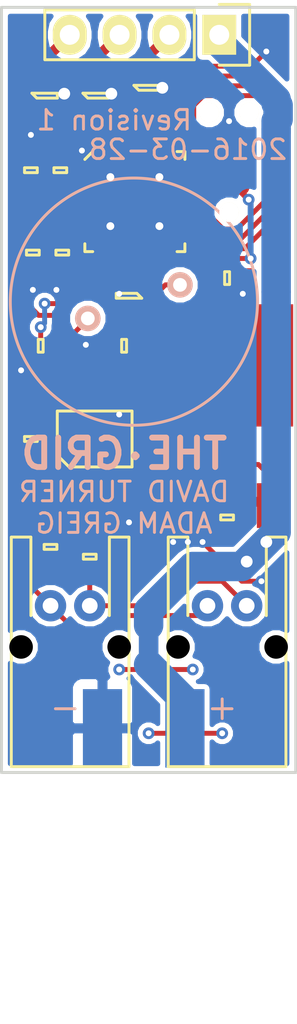
<source format=kicad_pcb>
(kicad_pcb (version 4) (host pcbnew 4.0.2-4+6225~38~ubuntu15.10.1-stable)

  (general
    (links 62)
    (no_connects 0)
    (area 114.7 74.160714 133.125 127.975001)
    (thickness 1.6)
    (drawings 8)
    (tracks 286)
    (zones 0)
    (modules 25)
    (nets 19)
  )

  (page A4)
  (layers
    (0 F.Cu signal)
    (31 B.Cu signal)
    (32 B.Adhes user)
    (33 F.Adhes user)
    (34 B.Paste user)
    (35 F.Paste user)
    (36 B.SilkS user)
    (37 F.SilkS user)
    (38 B.Mask user)
    (39 F.Mask user)
    (40 Dwgs.User user)
    (41 Cmts.User user)
    (42 Eco1.User user)
    (43 Eco2.User user)
    (44 Edge.Cuts user)
    (45 Margin user)
    (46 B.CrtYd user)
    (47 F.CrtYd user)
    (48 B.Fab user)
    (49 F.Fab user)
  )

  (setup
    (last_trace_width 0.25)
    (user_trace_width 0.3)
    (user_trace_width 0.4)
    (user_trace_width 0.5)
    (user_trace_width 0.75)
    (user_trace_width 1)
    (user_trace_width 1.5)
    (trace_clearance 0.15)
    (zone_clearance 0.25)
    (zone_45_only no)
    (trace_min 0.25)
    (segment_width 0.2)
    (edge_width 0.15)
    (via_size 0.6)
    (via_drill 0.4)
    (via_min_size 0.6)
    (via_min_drill 0.4)
    (user_via 1 0.6)
    (user_via 1.25 0.75)
    (user_via 1.5 1)
    (uvia_size 0.6)
    (uvia_drill 0.4)
    (uvias_allowed no)
    (uvia_min_size 0.6)
    (uvia_min_drill 0.4)
    (pcb_text_width 0.3)
    (pcb_text_size 1.5 1.5)
    (mod_edge_width 0.15)
    (mod_text_size 1 1)
    (mod_text_width 0.15)
    (pad_size 1.524 1.524)
    (pad_drill 0.762)
    (pad_to_mask_clearance 0)
    (aux_axis_origin 0 0)
    (visible_elements FFFFFF7F)
    (pcbplotparams
      (layerselection 0x010f8_80000001)
      (usegerberextensions true)
      (excludeedgelayer true)
      (linewidth 0.100000)
      (plotframeref false)
      (viasonmask false)
      (mode 1)
      (useauxorigin false)
      (hpglpennumber 1)
      (hpglpenspeed 20)
      (hpglpendiameter 15)
      (hpglpenoverlay 2)
      (psnegative false)
      (psa4output false)
      (plotreference true)
      (plotvalue true)
      (plotinvisibletext false)
      (padsonsilk false)
      (subtractmaskfromsilk false)
      (outputformat 1)
      (mirror false)
      (drillshape 0)
      (scaleselection 1)
      (outputdirectory gerbers))
  )

  (net 0 "")
  (net 1 GND)
  (net 2 +3V3)
  (net 3 +12V)
  (net 4 /BUS)
  (net 5 /BUS_A)
  (net 6 /BUS_B)
  (net 7 /SWDIO)
  (net 8 /SWDCLK)
  (net 9 /DRIVE_R)
  (net 10 /DRIVE_G)
  (net 11 /DRIVE_B)
  (net 12 "Net-(Q4-Pad3)")
  (net 13 /PIEZO)
  (net 14 /LED_R)
  (net 15 /LED_G)
  (net 16 /LED_B)
  (net 17 "Net-(IC2-Pad4)")
  (net 18 "Net-(IC1-Pad3)")

  (net_class Default "This is the default net class."
    (clearance 0.15)
    (trace_width 0.25)
    (via_dia 0.6)
    (via_drill 0.4)
    (uvia_dia 0.6)
    (uvia_drill 0.4)
    (add_net +12V)
    (add_net +3V3)
    (add_net /BUS)
    (add_net /BUS_A)
    (add_net /BUS_B)
    (add_net /DRIVE_B)
    (add_net /DRIVE_G)
    (add_net /DRIVE_R)
    (add_net /LED_B)
    (add_net /LED_G)
    (add_net /LED_R)
    (add_net /PIEZO)
    (add_net /SWDCLK)
    (add_net /SWDIO)
    (add_net GND)
    (add_net "Net-(IC1-Pad3)")
    (add_net "Net-(IC2-Pad4)")
    (add_net "Net-(Q4-Pad3)")
  )

  (module SOIC-8 (layer F.Cu) (tedit 56F7F9DF) (tstamp 56F7FB68)
    (at 120.75 98 90)
    (path /56F1CC5E)
    (fp_text reference IC1 (at 0 -3.45 90) (layer F.Fab) hide
      (effects (font (size 1 1) (thickness 0.15)))
    )
    (fp_text value LMx93 (at 0 3.45 90) (layer F.Fab) hide
      (effects (font (size 1 1) (thickness 0.15)))
    )
    (fp_line (start -2 -2.5) (end 2 -2.5) (layer F.Fab) (width 0.01))
    (fp_line (start 2 -2.5) (end 2 2.5) (layer F.Fab) (width 0.01))
    (fp_line (start 2 2.5) (end -2 2.5) (layer F.Fab) (width 0.01))
    (fp_line (start -2 2.5) (end -2 -2.5) (layer F.Fab) (width 0.01))
    (fp_circle (center -1.2 -1.7) (end -1.2 -1.3) (layer F.Fab) (width 0.01))
    (fp_line (start -3.1 -2.155) (end -2 -2.155) (layer F.Fab) (width 0.01))
    (fp_line (start -2 -1.655) (end -3.1 -1.655) (layer F.Fab) (width 0.01))
    (fp_line (start -3.1 -1.655) (end -3.1 -2.155) (layer F.Fab) (width 0.01))
    (fp_line (start -3.1 -0.885) (end -2 -0.885) (layer F.Fab) (width 0.01))
    (fp_line (start -2 -0.385) (end -3.1 -0.385) (layer F.Fab) (width 0.01))
    (fp_line (start -3.1 -0.385) (end -3.1 -0.885) (layer F.Fab) (width 0.01))
    (fp_line (start -3.1 0.385) (end -2 0.385) (layer F.Fab) (width 0.01))
    (fp_line (start -2 0.885) (end -3.1 0.885) (layer F.Fab) (width 0.01))
    (fp_line (start -3.1 0.885) (end -3.1 0.385) (layer F.Fab) (width 0.01))
    (fp_line (start -3.1 1.655) (end -2 1.655) (layer F.Fab) (width 0.01))
    (fp_line (start -2 2.155) (end -3.1 2.155) (layer F.Fab) (width 0.01))
    (fp_line (start -3.1 2.155) (end -3.1 1.655) (layer F.Fab) (width 0.01))
    (fp_line (start 2 1.655) (end 3.1 1.655) (layer F.Fab) (width 0.01))
    (fp_line (start 3.1 1.655) (end 3.1 2.155) (layer F.Fab) (width 0.01))
    (fp_line (start 3.1 2.155) (end 2 2.155) (layer F.Fab) (width 0.01))
    (fp_line (start 2 0.385) (end 3.1 0.385) (layer F.Fab) (width 0.01))
    (fp_line (start 3.1 0.385) (end 3.1 0.885) (layer F.Fab) (width 0.01))
    (fp_line (start 3.1 0.885) (end 2 0.885) (layer F.Fab) (width 0.01))
    (fp_line (start 2 -0.885) (end 3.1 -0.885) (layer F.Fab) (width 0.01))
    (fp_line (start 3.1 -0.885) (end 3.1 -0.385) (layer F.Fab) (width 0.01))
    (fp_line (start 3.1 -0.385) (end 2 -0.385) (layer F.Fab) (width 0.01))
    (fp_line (start 2 -2.155) (end 3.1 -2.155) (layer F.Fab) (width 0.01))
    (fp_line (start 3.1 -2.155) (end 3.1 -1.655) (layer F.Fab) (width 0.01))
    (fp_line (start 3.1 -1.655) (end 2 -1.655) (layer F.Fab) (width 0.01))
    (fp_line (start -0.825 -1.905) (end 1.425 -1.905) (layer F.SilkS) (width 0.15))
    (fp_line (start 1.425 -1.905) (end 1.425 1.905) (layer F.SilkS) (width 0.15))
    (fp_line (start 1.425 1.905) (end -1.425 1.905) (layer F.SilkS) (width 0.15))
    (fp_line (start -1.425 1.905) (end -1.425 -1.305) (layer F.SilkS) (width 0.15))
    (fp_line (start -1.425 -1.305) (end -0.825 -1.905) (layer F.SilkS) (width 0.15))
    (fp_line (start -3.75 -2.75) (end 3.75 -2.75) (layer F.CrtYd) (width 0.01))
    (fp_line (start 3.75 -2.75) (end 3.75 2.75) (layer F.CrtYd) (width 0.01))
    (fp_line (start 3.75 2.75) (end -3.75 2.75) (layer F.CrtYd) (width 0.01))
    (fp_line (start -3.75 2.75) (end -3.75 -2.75) (layer F.CrtYd) (width 0.01))
    (pad 1 smd rect (at -2.7 -1.905 90) (size 1.55 0.6) (layers F.Cu F.Paste F.Mask)
      (net 4 /BUS))
    (pad 2 smd rect (at -2.7 -0.635 90) (size 1.55 0.6) (layers F.Cu F.Paste F.Mask)
      (net 5 /BUS_A))
    (pad 3 smd rect (at -2.7 0.635 90) (size 1.55 0.6) (layers F.Cu F.Paste F.Mask)
      (net 18 "Net-(IC1-Pad3)"))
    (pad 4 smd rect (at -2.7 1.905 90) (size 1.55 0.6) (layers F.Cu F.Paste F.Mask)
      (net 1 GND))
    (pad 5 smd rect (at 2.7 1.905 90) (size 1.55 0.6) (layers F.Cu F.Paste F.Mask)
      (net 1 GND))
    (pad 6 smd rect (at 2.7 0.635 90) (size 1.55 0.6) (layers F.Cu F.Paste F.Mask)
      (net 1 GND))
    (pad 7 smd rect (at 2.7 -0.635 90) (size 1.55 0.6) (layers F.Cu F.Paste F.Mask))
    (pad 8 smd rect (at 2.7 -1.905 90) (size 1.55 0.6) (layers F.Cu F.Paste F.Mask)
      (net 2 +3V3))
  )

  (module agg:S02B-PASK-2 (layer F.Cu) (tedit 56F7F970) (tstamp 56F7FC3C)
    (at 119.5 106.5 180)
    (path /56F1CD9E)
    (fp_text reference P2 (at 0 -9.15 180) (layer F.Fab) hide
      (effects (font (size 1 1) (thickness 0.15)))
    )
    (fp_text value BUS_IN (at 0 4.45 180) (layer F.Fab) hide
      (effects (font (size 1 1) (thickness 0.15)))
    )
    (fp_line (start -3 -8.2) (end 3 -8.2) (layer F.SilkS) (width 0.15))
    (fp_line (start 3 -8.2) (end 3 3.5) (layer F.SilkS) (width 0.15))
    (fp_line (start 3 3.5) (end 2 3.5) (layer F.SilkS) (width 0.15))
    (fp_line (start 2 3.5) (end 2 -0.5) (layer F.SilkS) (width 0.15))
    (fp_line (start -3 -8.2) (end -3 3.5) (layer F.SilkS) (width 0.15))
    (fp_line (start -3 3.5) (end -2 3.5) (layer F.SilkS) (width 0.15))
    (fp_line (start -2 3.5) (end -2 -0.5) (layer F.SilkS) (width 0.15))
    (fp_line (start -3 -8.2) (end 3 -8.2) (layer F.Fab) (width 0.01))
    (fp_line (start 3 -8.2) (end 3 3.5) (layer F.Fab) (width 0.01))
    (fp_line (start 3 3.5) (end 2 3.5) (layer F.Fab) (width 0.01))
    (fp_line (start 2 3.5) (end 2 -0.5) (layer F.Fab) (width 0.01))
    (fp_line (start 2 -0.5) (end -2 -0.5) (layer F.Fab) (width 0.01))
    (fp_line (start -3 -8.2) (end -3 3.5) (layer F.Fab) (width 0.01))
    (fp_line (start -3 3.5) (end -2 3.5) (layer F.Fab) (width 0.01))
    (fp_line (start -2 3.5) (end -2 -0.5) (layer F.Fab) (width 0.01))
    (fp_line (start 2.4 -2.5) (end 3 -2.5) (layer F.Fab) (width 0.01))
    (fp_line (start 3 -2.5) (end 3 -1.7) (layer F.Fab) (width 0.01))
    (fp_line (start 3 -1.7) (end 2.4 -1.7) (layer F.Fab) (width 0.01))
    (fp_line (start 2.4 -1.7) (end 2.4 -2.5) (layer F.Fab) (width 0.01))
    (fp_line (start -3 -2.5) (end -2.4 -2.5) (layer F.Fab) (width 0.01))
    (fp_line (start -2.4 -2.5) (end -2.4 -1.7) (layer F.Fab) (width 0.01))
    (fp_line (start -2.4 -1.7) (end -3 -1.7) (layer F.Fab) (width 0.01))
    (fp_line (start -3 -1.7) (end -3 -2.5) (layer F.Fab) (width 0.01))
    (fp_line (start 0.75 -0.5) (end 1.25 -0.5) (layer F.Fab) (width 0.01))
    (fp_line (start 1.25 -0.5) (end 1.25 0.25) (layer F.Fab) (width 0.01))
    (fp_line (start 1.25 0.25) (end 0.75 0.25) (layer F.Fab) (width 0.01))
    (fp_line (start 0.75 0.25) (end 0.75 -0.5) (layer F.Fab) (width 0.01))
    (fp_line (start 0.75 -0.25) (end 1.25 -0.25) (layer F.Fab) (width 0.01))
    (fp_line (start -1.25 -0.5) (end -0.75 -0.5) (layer F.Fab) (width 0.01))
    (fp_line (start -0.75 -0.5) (end -0.75 0.25) (layer F.Fab) (width 0.01))
    (fp_line (start -0.75 0.25) (end -1.25 0.25) (layer F.Fab) (width 0.01))
    (fp_line (start -1.25 0.25) (end -1.25 -0.5) (layer F.Fab) (width 0.01))
    (fp_line (start -1.25 -0.25) (end -0.75 -0.25) (layer F.Fab) (width 0.01))
    (fp_line (start -3.25 -8.45) (end 3.25 -8.45) (layer F.CrtYd) (width 0.01))
    (fp_line (start 3.25 -8.45) (end 3.25 3.75) (layer F.CrtYd) (width 0.01))
    (fp_line (start 3.25 3.75) (end -3.25 3.75) (layer F.CrtYd) (width 0.01))
    (fp_line (start -3.25 3.75) (end -3.25 -8.45) (layer F.CrtYd) (width 0.01))
    (pad "" np_thru_hole circle (at 2.5 -2.1 180) (size 1.2 1.2) (drill 1.2) (layers *.Mask))
    (pad "" np_thru_hole circle (at -2.5 -2.1 180) (size 1.2 1.2) (drill 1.2) (layers *.Mask))
    (pad 1 thru_hole circle (at 1 0 180) (size 1.6 1.6) (drill 0.8) (layers *.Cu *.Mask)
      (net 5 /BUS_A))
    (pad 2 thru_hole circle (at -1 0 180) (size 1.6 1.6) (drill 0.8) (layers *.Cu *.Mask)
      (net 6 /BUS_B))
  )

  (module thegrid:minipow_edge (layer B.Cu) (tedit 56F7F977) (tstamp 56F7FC0F)
    (at 123.25 114.75 180)
    (path /56F1CD31)
    (fp_text reference P1 (at 0.5 -2.5 180) (layer B.SilkS) hide
      (effects (font (size 1 1) (thickness 0.15)) (justify mirror))
    )
    (fp_text value POWER_IN (at 0 5 180) (layer B.SilkS) hide
      (effects (font (size 1 1) (thickness 0.15)) (justify mirror))
    )
    (fp_line (start -4 3.5) (end -4 2.5) (layer B.SilkS) (width 0.15))
    (fp_line (start -3.5 3) (end -4.5 3) (layer B.SilkS) (width 0.15))
    (fp_line (start 4.5 3) (end 3.5 3) (layer B.SilkS) (width 0.15))
    (fp_line (start -1 0) (end -1 3) (layer B.Fab) (width 0.15))
    (fp_line (start -1 3) (end -3 3) (layer B.Fab) (width 0.15))
    (fp_line (start -3 3) (end -3 0) (layer B.Fab) (width 0.15))
    (fp_line (start 3 0) (end 3 3) (layer B.Fab) (width 0.15))
    (fp_line (start 3 3) (end 1 3) (layer B.Fab) (width 0.15))
    (fp_line (start 1 3) (end 1 0) (layer B.Fab) (width 0.15))
    (fp_line (start 5 -13) (end 7 -10) (layer B.Fab) (width 0.15))
    (fp_line (start 7 -10) (end 5 -10) (layer B.Fab) (width 0.15))
    (fp_line (start -5 0) (end -5 -13) (layer B.Fab) (width 0.15))
    (fp_line (start -5 -13) (end 5 -13) (layer B.Fab) (width 0.15))
    (fp_line (start 5 -13) (end 5 0) (layer B.Fab) (width 0.15))
    (fp_line (start 5 0) (end -5 0) (layer B.Fab) (width 0.15))
    (pad 1 smd rect (at 2.1 2) (size 2 4) (layers B.Cu B.Mask)
      (net 1 GND))
    (pad 2 smd rect (at -2.1 2) (size 2 4) (layers B.Cu B.Mask)
      (net 3 +12V))
  )

  (module agg:0603 (layer F.Cu) (tedit 56F7F9DB) (tstamp 56F7FABE)
    (at 118 93.25)
    (path /56F1D5B2)
    (fp_text reference C1 (at -2.225 0 90) (layer F.Fab) hide
      (effects (font (size 1 1) (thickness 0.15)))
    )
    (fp_text value 100n (at 2.225 0 90) (layer F.Fab) hide
      (effects (font (size 1 1) (thickness 0.15)))
    )
    (fp_line (start -0.8 -0.4) (end 0.8 -0.4) (layer F.Fab) (width 0.01))
    (fp_line (start 0.8 -0.4) (end 0.8 0.4) (layer F.Fab) (width 0.01))
    (fp_line (start 0.8 0.4) (end -0.8 0.4) (layer F.Fab) (width 0.01))
    (fp_line (start -0.8 0.4) (end -0.8 -0.4) (layer F.Fab) (width 0.01))
    (fp_line (start -0.45 -0.4) (end -0.45 0.4) (layer F.Fab) (width 0.01))
    (fp_line (start 0.45 -0.4) (end 0.45 0.4) (layer F.Fab) (width 0.01))
    (fp_line (start -0.125 -0.325) (end 0.125 -0.325) (layer F.SilkS) (width 0.15))
    (fp_line (start 0.125 -0.325) (end 0.125 0.325) (layer F.SilkS) (width 0.15))
    (fp_line (start 0.125 0.325) (end -0.125 0.325) (layer F.SilkS) (width 0.15))
    (fp_line (start -0.125 0.325) (end -0.125 -0.325) (layer F.SilkS) (width 0.15))
    (fp_line (start -1.55 -0.75) (end 1.55 -0.75) (layer F.CrtYd) (width 0.01))
    (fp_line (start 1.55 -0.75) (end 1.55 0.75) (layer F.CrtYd) (width 0.01))
    (fp_line (start 1.55 0.75) (end -1.55 0.75) (layer F.CrtYd) (width 0.01))
    (fp_line (start -1.55 0.75) (end -1.55 -0.75) (layer F.CrtYd) (width 0.01))
    (pad 1 smd rect (at -0.8 0) (size 0.95 1) (layers F.Cu F.Paste F.Mask)
      (net 1 GND))
    (pad 2 smd rect (at 0.8 0) (size 0.95 1) (layers F.Cu F.Paste F.Mask)
      (net 2 +3V3))
  )

  (module agg:0603 (layer F.Cu) (tedit 56F83942) (tstamp 56F7FAD2)
    (at 117.5 84.3 90)
    (path /56F1DA30)
    (fp_text reference C2 (at -2.225 0 180) (layer F.Fab) hide
      (effects (font (size 1 1) (thickness 0.15)))
    )
    (fp_text value 4u7 (at 2.225 0 180) (layer F.Fab) hide
      (effects (font (size 1 1) (thickness 0.15)))
    )
    (fp_line (start -0.8 -0.4) (end 0.8 -0.4) (layer F.Fab) (width 0.01))
    (fp_line (start 0.8 -0.4) (end 0.8 0.4) (layer F.Fab) (width 0.01))
    (fp_line (start 0.8 0.4) (end -0.8 0.4) (layer F.Fab) (width 0.01))
    (fp_line (start -0.8 0.4) (end -0.8 -0.4) (layer F.Fab) (width 0.01))
    (fp_line (start -0.45 -0.4) (end -0.45 0.4) (layer F.Fab) (width 0.01))
    (fp_line (start 0.45 -0.4) (end 0.45 0.4) (layer F.Fab) (width 0.01))
    (fp_line (start -0.125 -0.325) (end 0.125 -0.325) (layer F.SilkS) (width 0.15))
    (fp_line (start 0.125 -0.325) (end 0.125 0.325) (layer F.SilkS) (width 0.15))
    (fp_line (start 0.125 0.325) (end -0.125 0.325) (layer F.SilkS) (width 0.15))
    (fp_line (start -0.125 0.325) (end -0.125 -0.325) (layer F.SilkS) (width 0.15))
    (fp_line (start -1.55 -0.75) (end 1.55 -0.75) (layer F.CrtYd) (width 0.01))
    (fp_line (start 1.55 -0.75) (end 1.55 0.75) (layer F.CrtYd) (width 0.01))
    (fp_line (start 1.55 0.75) (end -1.55 0.75) (layer F.CrtYd) (width 0.01))
    (fp_line (start -1.55 0.75) (end -1.55 -0.75) (layer F.CrtYd) (width 0.01))
    (pad 1 smd rect (at -0.8 0 90) (size 0.95 1) (layers F.Cu F.Paste F.Mask)
      (net 2 +3V3))
    (pad 2 smd rect (at 0.8 0 90) (size 0.95 1) (layers F.Cu F.Paste F.Mask)
      (net 1 GND))
  )

  (module agg:0603 (layer F.Cu) (tedit 56F83945) (tstamp 56F7FAE6)
    (at 119 84.3 90)
    (path /56F1D9E7)
    (fp_text reference C3 (at -2.225 0 180) (layer F.Fab) hide
      (effects (font (size 1 1) (thickness 0.15)))
    )
    (fp_text value 100n (at 2.225 0 180) (layer F.Fab) hide
      (effects (font (size 1 1) (thickness 0.15)))
    )
    (fp_line (start -0.8 -0.4) (end 0.8 -0.4) (layer F.Fab) (width 0.01))
    (fp_line (start 0.8 -0.4) (end 0.8 0.4) (layer F.Fab) (width 0.01))
    (fp_line (start 0.8 0.4) (end -0.8 0.4) (layer F.Fab) (width 0.01))
    (fp_line (start -0.8 0.4) (end -0.8 -0.4) (layer F.Fab) (width 0.01))
    (fp_line (start -0.45 -0.4) (end -0.45 0.4) (layer F.Fab) (width 0.01))
    (fp_line (start 0.45 -0.4) (end 0.45 0.4) (layer F.Fab) (width 0.01))
    (fp_line (start -0.125 -0.325) (end 0.125 -0.325) (layer F.SilkS) (width 0.15))
    (fp_line (start 0.125 -0.325) (end 0.125 0.325) (layer F.SilkS) (width 0.15))
    (fp_line (start 0.125 0.325) (end -0.125 0.325) (layer F.SilkS) (width 0.15))
    (fp_line (start -0.125 0.325) (end -0.125 -0.325) (layer F.SilkS) (width 0.15))
    (fp_line (start -1.55 -0.75) (end 1.55 -0.75) (layer F.CrtYd) (width 0.01))
    (fp_line (start 1.55 -0.75) (end 1.55 0.75) (layer F.CrtYd) (width 0.01))
    (fp_line (start 1.55 0.75) (end -1.55 0.75) (layer F.CrtYd) (width 0.01))
    (fp_line (start -1.55 0.75) (end -1.55 -0.75) (layer F.CrtYd) (width 0.01))
    (pad 1 smd rect (at -0.8 0 90) (size 0.95 1) (layers F.Cu F.Paste F.Mask)
      (net 2 +3V3))
    (pad 2 smd rect (at 0.8 0 90) (size 0.95 1) (layers F.Cu F.Paste F.Mask)
      (net 1 GND))
  )

  (module agg:0603 (layer F.Cu) (tedit 56F8394C) (tstamp 56F7FAFA)
    (at 119.1 88.5 270)
    (path /56F1DB0A)
    (fp_text reference C4 (at -2.225 0 360) (layer F.Fab) hide
      (effects (font (size 1 1) (thickness 0.15)))
    )
    (fp_text value 10n (at 2.225 0 360) (layer F.Fab) hide
      (effects (font (size 1 1) (thickness 0.15)))
    )
    (fp_line (start -0.8 -0.4) (end 0.8 -0.4) (layer F.Fab) (width 0.01))
    (fp_line (start 0.8 -0.4) (end 0.8 0.4) (layer F.Fab) (width 0.01))
    (fp_line (start 0.8 0.4) (end -0.8 0.4) (layer F.Fab) (width 0.01))
    (fp_line (start -0.8 0.4) (end -0.8 -0.4) (layer F.Fab) (width 0.01))
    (fp_line (start -0.45 -0.4) (end -0.45 0.4) (layer F.Fab) (width 0.01))
    (fp_line (start 0.45 -0.4) (end 0.45 0.4) (layer F.Fab) (width 0.01))
    (fp_line (start -0.125 -0.325) (end 0.125 -0.325) (layer F.SilkS) (width 0.15))
    (fp_line (start 0.125 -0.325) (end 0.125 0.325) (layer F.SilkS) (width 0.15))
    (fp_line (start 0.125 0.325) (end -0.125 0.325) (layer F.SilkS) (width 0.15))
    (fp_line (start -0.125 0.325) (end -0.125 -0.325) (layer F.SilkS) (width 0.15))
    (fp_line (start -1.55 -0.75) (end 1.55 -0.75) (layer F.CrtYd) (width 0.01))
    (fp_line (start 1.55 -0.75) (end 1.55 0.75) (layer F.CrtYd) (width 0.01))
    (fp_line (start 1.55 0.75) (end -1.55 0.75) (layer F.CrtYd) (width 0.01))
    (fp_line (start -1.55 0.75) (end -1.55 -0.75) (layer F.CrtYd) (width 0.01))
    (pad 1 smd rect (at -0.8 0 270) (size 0.95 1) (layers F.Cu F.Paste F.Mask)
      (net 2 +3V3))
    (pad 2 smd rect (at 0.8 0 270) (size 0.95 1) (layers F.Cu F.Paste F.Mask)
      (net 1 GND))
  )

  (module agg:0603 (layer F.Cu) (tedit 56F83955) (tstamp 56F7FB0E)
    (at 127.5 89.8)
    (path /56F842FC)
    (fp_text reference C5 (at -2.225 0 90) (layer F.Fab) hide
      (effects (font (size 1 1) (thickness 0.15)))
    )
    (fp_text value 100n (at 2.225 0 90) (layer F.Fab) hide
      (effects (font (size 1 1) (thickness 0.15)))
    )
    (fp_line (start -0.8 -0.4) (end 0.8 -0.4) (layer F.Fab) (width 0.01))
    (fp_line (start 0.8 -0.4) (end 0.8 0.4) (layer F.Fab) (width 0.01))
    (fp_line (start 0.8 0.4) (end -0.8 0.4) (layer F.Fab) (width 0.01))
    (fp_line (start -0.8 0.4) (end -0.8 -0.4) (layer F.Fab) (width 0.01))
    (fp_line (start -0.45 -0.4) (end -0.45 0.4) (layer F.Fab) (width 0.01))
    (fp_line (start 0.45 -0.4) (end 0.45 0.4) (layer F.Fab) (width 0.01))
    (fp_line (start -0.125 -0.325) (end 0.125 -0.325) (layer F.SilkS) (width 0.15))
    (fp_line (start 0.125 -0.325) (end 0.125 0.325) (layer F.SilkS) (width 0.15))
    (fp_line (start 0.125 0.325) (end -0.125 0.325) (layer F.SilkS) (width 0.15))
    (fp_line (start -0.125 0.325) (end -0.125 -0.325) (layer F.SilkS) (width 0.15))
    (fp_line (start -1.55 -0.75) (end 1.55 -0.75) (layer F.CrtYd) (width 0.01))
    (fp_line (start 1.55 -0.75) (end 1.55 0.75) (layer F.CrtYd) (width 0.01))
    (fp_line (start 1.55 0.75) (end -1.55 0.75) (layer F.CrtYd) (width 0.01))
    (fp_line (start -1.55 0.75) (end -1.55 -0.75) (layer F.CrtYd) (width 0.01))
    (pad 1 smd rect (at -0.8 0) (size 0.95 1) (layers F.Cu F.Paste F.Mask)
      (net 2 +3V3))
    (pad 2 smd rect (at 0.8 0) (size 0.95 1) (layers F.Cu F.Paste F.Mask)
      (net 1 GND))
  )

  (module agg:0603 (layer F.Cu) (tedit 56F7FAC3) (tstamp 56F7FB22)
    (at 127.5 102 270)
    (path /56F59EF4)
    (fp_text reference C6 (at -2.225 0 360) (layer F.Fab) hide
      (effects (font (size 1 1) (thickness 0.15)))
    )
    (fp_text value 100n (at 2.225 0 360) (layer F.Fab) hide
      (effects (font (size 1 1) (thickness 0.15)))
    )
    (fp_line (start -0.8 -0.4) (end 0.8 -0.4) (layer F.Fab) (width 0.01))
    (fp_line (start 0.8 -0.4) (end 0.8 0.4) (layer F.Fab) (width 0.01))
    (fp_line (start 0.8 0.4) (end -0.8 0.4) (layer F.Fab) (width 0.01))
    (fp_line (start -0.8 0.4) (end -0.8 -0.4) (layer F.Fab) (width 0.01))
    (fp_line (start -0.45 -0.4) (end -0.45 0.4) (layer F.Fab) (width 0.01))
    (fp_line (start 0.45 -0.4) (end 0.45 0.4) (layer F.Fab) (width 0.01))
    (fp_line (start -0.125 -0.325) (end 0.125 -0.325) (layer F.SilkS) (width 0.15))
    (fp_line (start 0.125 -0.325) (end 0.125 0.325) (layer F.SilkS) (width 0.15))
    (fp_line (start 0.125 0.325) (end -0.125 0.325) (layer F.SilkS) (width 0.15))
    (fp_line (start -0.125 0.325) (end -0.125 -0.325) (layer F.SilkS) (width 0.15))
    (fp_line (start -1.55 -0.75) (end 1.55 -0.75) (layer F.CrtYd) (width 0.01))
    (fp_line (start 1.55 -0.75) (end 1.55 0.75) (layer F.CrtYd) (width 0.01))
    (fp_line (start 1.55 0.75) (end -1.55 0.75) (layer F.CrtYd) (width 0.01))
    (fp_line (start -1.55 0.75) (end -1.55 -0.75) (layer F.CrtYd) (width 0.01))
    (pad 1 smd rect (at -0.8 0 270) (size 0.95 1) (layers F.Cu F.Paste F.Mask)
      (net 3 +12V))
    (pad 2 smd rect (at 0.8 0 270) (size 0.95 1) (layers F.Cu F.Paste F.Mask)
      (net 1 GND))
  )

  (module agg:0603 (layer F.Cu) (tedit 56F7FAE0) (tstamp 56F7FB36)
    (at 122.25 93.25 180)
    (path /56F5A02D)
    (fp_text reference C7 (at -2.225 0 270) (layer F.Fab) hide
      (effects (font (size 1 1) (thickness 0.15)))
    )
    (fp_text value 10u (at 2.225 0 270) (layer F.Fab) hide
      (effects (font (size 1 1) (thickness 0.15)))
    )
    (fp_line (start -0.8 -0.4) (end 0.8 -0.4) (layer F.Fab) (width 0.01))
    (fp_line (start 0.8 -0.4) (end 0.8 0.4) (layer F.Fab) (width 0.01))
    (fp_line (start 0.8 0.4) (end -0.8 0.4) (layer F.Fab) (width 0.01))
    (fp_line (start -0.8 0.4) (end -0.8 -0.4) (layer F.Fab) (width 0.01))
    (fp_line (start -0.45 -0.4) (end -0.45 0.4) (layer F.Fab) (width 0.01))
    (fp_line (start 0.45 -0.4) (end 0.45 0.4) (layer F.Fab) (width 0.01))
    (fp_line (start -0.125 -0.325) (end 0.125 -0.325) (layer F.SilkS) (width 0.15))
    (fp_line (start 0.125 -0.325) (end 0.125 0.325) (layer F.SilkS) (width 0.15))
    (fp_line (start 0.125 0.325) (end -0.125 0.325) (layer F.SilkS) (width 0.15))
    (fp_line (start -0.125 0.325) (end -0.125 -0.325) (layer F.SilkS) (width 0.15))
    (fp_line (start -1.55 -0.75) (end 1.55 -0.75) (layer F.CrtYd) (width 0.01))
    (fp_line (start 1.55 -0.75) (end 1.55 0.75) (layer F.CrtYd) (width 0.01))
    (fp_line (start 1.55 0.75) (end -1.55 0.75) (layer F.CrtYd) (width 0.01))
    (fp_line (start -1.55 0.75) (end -1.55 -0.75) (layer F.CrtYd) (width 0.01))
    (pad 1 smd rect (at -0.8 0 180) (size 0.95 1) (layers F.Cu F.Paste F.Mask)
      (net 2 +3V3))
    (pad 2 smd rect (at 0.8 0 180) (size 0.95 1) (layers F.Cu F.Paste F.Mask)
      (net 1 GND))
  )

  (module agg:S02B-PASK-2 (layer F.Cu) (tedit 56F7F974) (tstamp 56F7FC69)
    (at 127.5 106.5 180)
    (path /56F1D07F)
    (fp_text reference P3 (at 0 -9.15 180) (layer F.Fab) hide
      (effects (font (size 1 1) (thickness 0.15)))
    )
    (fp_text value BUS_OUT (at 0 4.45 180) (layer F.Fab) hide
      (effects (font (size 1 1) (thickness 0.15)))
    )
    (fp_line (start -3 -8.2) (end 3 -8.2) (layer F.SilkS) (width 0.15))
    (fp_line (start 3 -8.2) (end 3 3.5) (layer F.SilkS) (width 0.15))
    (fp_line (start 3 3.5) (end 2 3.5) (layer F.SilkS) (width 0.15))
    (fp_line (start 2 3.5) (end 2 -0.5) (layer F.SilkS) (width 0.15))
    (fp_line (start -3 -8.2) (end -3 3.5) (layer F.SilkS) (width 0.15))
    (fp_line (start -3 3.5) (end -2 3.5) (layer F.SilkS) (width 0.15))
    (fp_line (start -2 3.5) (end -2 -0.5) (layer F.SilkS) (width 0.15))
    (fp_line (start -3 -8.2) (end 3 -8.2) (layer F.Fab) (width 0.01))
    (fp_line (start 3 -8.2) (end 3 3.5) (layer F.Fab) (width 0.01))
    (fp_line (start 3 3.5) (end 2 3.5) (layer F.Fab) (width 0.01))
    (fp_line (start 2 3.5) (end 2 -0.5) (layer F.Fab) (width 0.01))
    (fp_line (start 2 -0.5) (end -2 -0.5) (layer F.Fab) (width 0.01))
    (fp_line (start -3 -8.2) (end -3 3.5) (layer F.Fab) (width 0.01))
    (fp_line (start -3 3.5) (end -2 3.5) (layer F.Fab) (width 0.01))
    (fp_line (start -2 3.5) (end -2 -0.5) (layer F.Fab) (width 0.01))
    (fp_line (start 2.4 -2.5) (end 3 -2.5) (layer F.Fab) (width 0.01))
    (fp_line (start 3 -2.5) (end 3 -1.7) (layer F.Fab) (width 0.01))
    (fp_line (start 3 -1.7) (end 2.4 -1.7) (layer F.Fab) (width 0.01))
    (fp_line (start 2.4 -1.7) (end 2.4 -2.5) (layer F.Fab) (width 0.01))
    (fp_line (start -3 -2.5) (end -2.4 -2.5) (layer F.Fab) (width 0.01))
    (fp_line (start -2.4 -2.5) (end -2.4 -1.7) (layer F.Fab) (width 0.01))
    (fp_line (start -2.4 -1.7) (end -3 -1.7) (layer F.Fab) (width 0.01))
    (fp_line (start -3 -1.7) (end -3 -2.5) (layer F.Fab) (width 0.01))
    (fp_line (start 0.75 -0.5) (end 1.25 -0.5) (layer F.Fab) (width 0.01))
    (fp_line (start 1.25 -0.5) (end 1.25 0.25) (layer F.Fab) (width 0.01))
    (fp_line (start 1.25 0.25) (end 0.75 0.25) (layer F.Fab) (width 0.01))
    (fp_line (start 0.75 0.25) (end 0.75 -0.5) (layer F.Fab) (width 0.01))
    (fp_line (start 0.75 -0.25) (end 1.25 -0.25) (layer F.Fab) (width 0.01))
    (fp_line (start -1.25 -0.5) (end -0.75 -0.5) (layer F.Fab) (width 0.01))
    (fp_line (start -0.75 -0.5) (end -0.75 0.25) (layer F.Fab) (width 0.01))
    (fp_line (start -0.75 0.25) (end -1.25 0.25) (layer F.Fab) (width 0.01))
    (fp_line (start -1.25 0.25) (end -1.25 -0.5) (layer F.Fab) (width 0.01))
    (fp_line (start -1.25 -0.25) (end -0.75 -0.25) (layer F.Fab) (width 0.01))
    (fp_line (start -3.25 -8.45) (end 3.25 -8.45) (layer F.CrtYd) (width 0.01))
    (fp_line (start 3.25 -8.45) (end 3.25 3.75) (layer F.CrtYd) (width 0.01))
    (fp_line (start 3.25 3.75) (end -3.25 3.75) (layer F.CrtYd) (width 0.01))
    (fp_line (start -3.25 3.75) (end -3.25 -8.45) (layer F.CrtYd) (width 0.01))
    (pad "" np_thru_hole circle (at 2.5 -2.1 180) (size 1.2 1.2) (drill 1.2) (layers *.Mask))
    (pad "" np_thru_hole circle (at -2.5 -2.1 180) (size 1.2 1.2) (drill 1.2) (layers *.Mask))
    (pad 1 thru_hole circle (at 1 0 180) (size 1.6 1.6) (drill 0.8) (layers *.Cu *.Mask)
      (net 5 /BUS_A))
    (pad 2 thru_hole circle (at -1 0 180) (size 1.6 1.6) (drill 0.8) (layers *.Cu *.Mask)
      (net 6 /BUS_B))
  )

  (module agg:TC2030-NL (layer F.Cu) (tedit 56F83038) (tstamp 56F7FC7A)
    (at 127.6 83.9 90)
    (path /56F1CCE2)
    (fp_text reference P4 (at 0 -2.6 90) (layer F.Fab) hide
      (effects (font (size 1 1) (thickness 0.15)))
    )
    (fp_text value SWD_TC (at 0 2.75 90) (layer F.Fab) hide
      (effects (font (size 1 1) (thickness 0.15)))
    )
    (fp_line (start -3.5 -2) (end 3.5 -2) (layer F.CrtYd) (width 0.01))
    (fp_line (start -3.5 2) (end -3.5 -2) (layer F.CrtYd) (width 0.01))
    (fp_line (start 3.5 2) (end -3.5 2) (layer F.CrtYd) (width 0.01))
    (fp_line (start 3.5 -2) (end 3.5 2) (layer F.CrtYd) (width 0.01))
    (pad 1 smd circle (at -1.27 0.64 90) (size 0.787 0.787) (layers F.Cu F.Mask)
      (net 2 +3V3))
    (pad 2 smd circle (at -1.27 -0.63 90) (size 0.787 0.787) (layers F.Cu F.Mask)
      (net 7 /SWDIO))
    (pad 3 smd circle (at 0 0.64 90) (size 0.787 0.787) (layers F.Cu F.Mask))
    (pad 4 smd circle (at 0 -0.63 90) (size 0.787 0.787) (layers F.Cu F.Mask)
      (net 8 /SWDCLK))
    (pad 5 smd circle (at 1.27 0.64 90) (size 0.787 0.787) (layers F.Cu F.Mask)
      (net 1 GND))
    (pad 6 smd circle (at 1.27 -0.63 90) (size 0.787 0.787) (layers F.Cu F.Mask))
    (pad "" np_thru_hole circle (at -2.54 0.005 90) (size 1 1) (drill 1) (layers *.Cu *.Mask F.SilkS))
    (pad "" np_thru_hole circle (at 2.54 1.021 90) (size 1 1) (drill 1) (layers *.Cu *.Mask F.SilkS))
    (pad "" np_thru_hole circle (at 2.54 -1.011 90) (size 1 1) (drill 1) (layers *.Cu *.Mask F.SilkS))
  )

  (module Pin_Headers:Pin_Header_Straight_1x04 (layer F.Cu) (tedit 56F7FB33) (tstamp 56F7FC8D)
    (at 127.1 77.4 270)
    (descr "Through hole pin header")
    (tags "pin header")
    (path /56F1CDBF)
    (fp_text reference P5 (at 0 -5.1 270) (layer F.SilkS) hide
      (effects (font (size 1 1) (thickness 0.15)))
    )
    (fp_text value LEDs (at 0 -3.1 270) (layer F.Fab) hide
      (effects (font (size 1 1) (thickness 0.15)))
    )
    (fp_line (start -1.75 -1.75) (end -1.75 9.4) (layer F.CrtYd) (width 0.05))
    (fp_line (start 1.75 -1.75) (end 1.75 9.4) (layer F.CrtYd) (width 0.05))
    (fp_line (start -1.75 -1.75) (end 1.75 -1.75) (layer F.CrtYd) (width 0.05))
    (fp_line (start -1.75 9.4) (end 1.75 9.4) (layer F.CrtYd) (width 0.05))
    (fp_line (start -1.27 1.27) (end -1.27 8.89) (layer F.SilkS) (width 0.15))
    (fp_line (start 1.27 1.27) (end 1.27 8.89) (layer F.SilkS) (width 0.15))
    (fp_line (start 1.55 -1.55) (end 1.55 0) (layer F.SilkS) (width 0.15))
    (fp_line (start -1.27 8.89) (end 1.27 8.89) (layer F.SilkS) (width 0.15))
    (fp_line (start 1.27 1.27) (end -1.27 1.27) (layer F.SilkS) (width 0.15))
    (fp_line (start -1.55 0) (end -1.55 -1.55) (layer F.SilkS) (width 0.15))
    (fp_line (start -1.55 -1.55) (end 1.55 -1.55) (layer F.SilkS) (width 0.15))
    (pad 1 thru_hole rect (at 0 0 270) (size 2.032 1.7272) (drill 1.016) (layers *.Cu *.Mask F.SilkS)
      (net 3 +12V))
    (pad 2 thru_hole oval (at 0 2.54 270) (size 2.032 1.7272) (drill 1.016) (layers *.Cu *.Mask F.SilkS)
      (net 9 /DRIVE_R))
    (pad 3 thru_hole oval (at 0 5.08 270) (size 2.032 1.7272) (drill 1.016) (layers *.Cu *.Mask F.SilkS)
      (net 10 /DRIVE_G))
    (pad 4 thru_hole oval (at 0 7.62 270) (size 2.032 1.7272) (drill 1.016) (layers *.Cu *.Mask F.SilkS)
      (net 11 /DRIVE_B))
    (model Pin_Headers.3dshapes/Pin_Header_Straight_1x04.wrl
      (at (xyz 0 -0.15 0))
      (scale (xyz 1 1 1))
      (rotate (xyz 0 0 90))
    )
  )

  (module agg:0603 (layer F.Cu) (tedit 56F7F9E4) (tstamp 56F7FD01)
    (at 117.5 98 270)
    (path /56F5991E)
    (fp_text reference R1 (at -2.225 0 360) (layer F.Fab) hide
      (effects (font (size 1 1) (thickness 0.15)))
    )
    (fp_text value 10k (at 2.225 0 360) (layer F.Fab) hide
      (effects (font (size 1 1) (thickness 0.15)))
    )
    (fp_line (start -0.8 -0.4) (end 0.8 -0.4) (layer F.Fab) (width 0.01))
    (fp_line (start 0.8 -0.4) (end 0.8 0.4) (layer F.Fab) (width 0.01))
    (fp_line (start 0.8 0.4) (end -0.8 0.4) (layer F.Fab) (width 0.01))
    (fp_line (start -0.8 0.4) (end -0.8 -0.4) (layer F.Fab) (width 0.01))
    (fp_line (start -0.45 -0.4) (end -0.45 0.4) (layer F.Fab) (width 0.01))
    (fp_line (start 0.45 -0.4) (end 0.45 0.4) (layer F.Fab) (width 0.01))
    (fp_line (start -0.125 -0.325) (end 0.125 -0.325) (layer F.SilkS) (width 0.15))
    (fp_line (start 0.125 -0.325) (end 0.125 0.325) (layer F.SilkS) (width 0.15))
    (fp_line (start 0.125 0.325) (end -0.125 0.325) (layer F.SilkS) (width 0.15))
    (fp_line (start -0.125 0.325) (end -0.125 -0.325) (layer F.SilkS) (width 0.15))
    (fp_line (start -1.55 -0.75) (end 1.55 -0.75) (layer F.CrtYd) (width 0.01))
    (fp_line (start 1.55 -0.75) (end 1.55 0.75) (layer F.CrtYd) (width 0.01))
    (fp_line (start 1.55 0.75) (end -1.55 0.75) (layer F.CrtYd) (width 0.01))
    (fp_line (start -1.55 0.75) (end -1.55 -0.75) (layer F.CrtYd) (width 0.01))
    (pad 1 smd rect (at -0.8 0 270) (size 0.95 1) (layers F.Cu F.Paste F.Mask)
      (net 2 +3V3))
    (pad 2 smd rect (at 0.8 0 270) (size 0.95 1) (layers F.Cu F.Paste F.Mask)
      (net 4 /BUS))
  )

  (module thegrid:piezo (layer B.Cu) (tedit 56F5912E) (tstamp 56F7FD0A)
    (at 122.75 91 20)
    (path /56F594FE)
    (fp_text reference SP1 (at 0.1 -2.7 20) (layer B.SilkS) hide
      (effects (font (size 1 1) (thickness 0.15)) (justify mirror))
    )
    (fp_text value SPEAKER (at -0.1 2.9 20) (layer B.Fab) hide
      (effects (font (size 1 1) (thickness 0.15)) (justify mirror))
    )
    (fp_circle (center 0 0) (end -1.7 0) (layer B.Fab) (width 0.15))
    (fp_circle (center 0 0) (end -6.3 0) (layer B.SilkS) (width 0.15))
    (fp_circle (center 0 0) (end -6.3 0) (layer B.Fab) (width 0.15))
    (pad 1 thru_hole circle (at -2.5 0 20) (size 1.3 1.3) (drill 0.7) (layers *.Cu *.Mask B.SilkS)
      (net 3 +12V))
    (pad 2 thru_hole circle (at 2.5 0 20) (size 1.3 1.3) (drill 0.7) (layers *.Cu *.Mask B.SilkS)
      (net 12 "Net-(Q4-Pad3)"))
  )

  (module thegrid:TO-252-3 (layer F.Cu) (tedit 56F7FAA6) (tstamp 56F7FD1B)
    (at 127.5 94.25)
    (tags DPAK)
    (path /56F59E11)
    (fp_text reference U1 (at 0 4.5) (layer F.SilkS) hide
      (effects (font (size 1 1) (thickness 0.15)))
    )
    (fp_text value LD1117S33TR (at 0 9.5) (layer F.Fab) hide
      (effects (font (size 1 1) (thickness 0.15)))
    )
    (fp_line (start 1.5 5.4) (end 1.5 8.2) (layer F.Fab) (width 0.15))
    (fp_line (start 1.5 8.2) (end 3.1 8.2) (layer F.Fab) (width 0.15))
    (fp_line (start 3.1 8.2) (end 3.1 5.4) (layer F.Fab) (width 0.15))
    (fp_line (start -3 5.4) (end -3 8.2) (layer F.Fab) (width 0.15))
    (fp_line (start -3 8.2) (end -1.5 8.2) (layer F.Fab) (width 0.15))
    (fp_line (start -1.5 8.2) (end -1.5 5.4) (layer F.Fab) (width 0.15))
    (fp_line (start 3.3 -1.8) (end 3.3 5.4) (layer F.Fab) (width 0.15))
    (fp_line (start -3.3 -1.8) (end -3.3 5.4) (layer F.Fab) (width 0.15))
    (fp_line (start -3.3 5.4) (end 3.3 5.4) (layer F.Fab) (width 0.15))
    (fp_line (start -3.3 -1.8) (end 3.3 -1.8) (layer F.Fab) (width 0.15))
    (pad 2 smd rect (at 0 0) (size 6.74 6.23) (layers F.Cu F.Paste F.Mask)
      (net 2 +3V3))
    (pad 1 smd rect (at -2.28 7.145) (size 1.524 2.28) (layers F.Cu F.Paste F.Mask)
      (net 1 GND))
    (pad 3 smd rect (at 2.28 7.145) (size 1.524 2.28) (layers F.Cu F.Paste F.Mask)
      (net 3 +12V))
  )

  (module agg:QFN-32-EP-ST (layer F.Cu) (tedit 56F8303B) (tstamp 56F836B4)
    (at 122.8 85.9)
    (path /56F830E4)
    (fp_text reference IC2 (at 0 -3.6) (layer F.Fab) hide
      (effects (font (size 1 1) (thickness 0.15)))
    )
    (fp_text value STM32F0xxKxUx (at 0 3.6) (layer F.Fab) hide
      (effects (font (size 1 1) (thickness 0.15)))
    )
    (fp_line (start -2.55 -2.55) (end 2.55 -2.55) (layer F.Fab) (width 0.01))
    (fp_line (start 2.55 -2.55) (end 2.55 2.55) (layer F.Fab) (width 0.01))
    (fp_line (start 2.55 2.55) (end -2.55 2.55) (layer F.Fab) (width 0.01))
    (fp_line (start -2.55 2.55) (end -2.55 -2.55) (layer F.Fab) (width 0.01))
    (fp_circle (center -1.75 -1.75) (end -1.75 -1.35) (layer F.Fab) (width 0.01))
    (fp_line (start -2.05 -1.89) (end -2.55 -1.89) (layer F.Fab) (width 0.01))
    (fp_line (start -2.55 -1.61) (end -2.05 -1.61) (layer F.Fab) (width 0.01))
    (fp_line (start -2.05 -1.61) (end -2.05 -1.89) (layer F.Fab) (width 0.01))
    (fp_line (start -2.05 -1.39) (end -2.55 -1.39) (layer F.Fab) (width 0.01))
    (fp_line (start -2.55 -1.11) (end -2.05 -1.11) (layer F.Fab) (width 0.01))
    (fp_line (start -2.05 -1.11) (end -2.05 -1.39) (layer F.Fab) (width 0.01))
    (fp_line (start -2.05 -0.89) (end -2.55 -0.89) (layer F.Fab) (width 0.01))
    (fp_line (start -2.55 -0.61) (end -2.05 -0.61) (layer F.Fab) (width 0.01))
    (fp_line (start -2.05 -0.61) (end -2.05 -0.89) (layer F.Fab) (width 0.01))
    (fp_line (start -2.05 -0.39) (end -2.55 -0.39) (layer F.Fab) (width 0.01))
    (fp_line (start -2.55 -0.11) (end -2.05 -0.11) (layer F.Fab) (width 0.01))
    (fp_line (start -2.05 -0.11) (end -2.05 -0.39) (layer F.Fab) (width 0.01))
    (fp_line (start -2.05 0.11) (end -2.55 0.11) (layer F.Fab) (width 0.01))
    (fp_line (start -2.55 0.39) (end -2.05 0.39) (layer F.Fab) (width 0.01))
    (fp_line (start -2.05 0.39) (end -2.05 0.11) (layer F.Fab) (width 0.01))
    (fp_line (start -2.05 0.61) (end -2.55 0.61) (layer F.Fab) (width 0.01))
    (fp_line (start -2.55 0.89) (end -2.05 0.89) (layer F.Fab) (width 0.01))
    (fp_line (start -2.05 0.89) (end -2.05 0.61) (layer F.Fab) (width 0.01))
    (fp_line (start -2.05 1.11) (end -2.55 1.11) (layer F.Fab) (width 0.01))
    (fp_line (start -2.55 1.39) (end -2.05 1.39) (layer F.Fab) (width 0.01))
    (fp_line (start -2.05 1.39) (end -2.05 1.11) (layer F.Fab) (width 0.01))
    (fp_line (start -2.05 1.61) (end -2.55 1.61) (layer F.Fab) (width 0.01))
    (fp_line (start -2.55 1.89) (end -2.05 1.89) (layer F.Fab) (width 0.01))
    (fp_line (start -2.05 1.89) (end -2.05 1.61) (layer F.Fab) (width 0.01))
    (fp_line (start 2.55 1.61) (end 2.05 1.61) (layer F.Fab) (width 0.01))
    (fp_line (start 2.05 1.61) (end 2.05 1.89) (layer F.Fab) (width 0.01))
    (fp_line (start 2.05 1.89) (end 2.55 1.89) (layer F.Fab) (width 0.01))
    (fp_line (start 2.55 1.11) (end 2.05 1.11) (layer F.Fab) (width 0.01))
    (fp_line (start 2.05 1.11) (end 2.05 1.39) (layer F.Fab) (width 0.01))
    (fp_line (start 2.05 1.39) (end 2.55 1.39) (layer F.Fab) (width 0.01))
    (fp_line (start 2.55 0.61) (end 2.05 0.61) (layer F.Fab) (width 0.01))
    (fp_line (start 2.05 0.61) (end 2.05 0.89) (layer F.Fab) (width 0.01))
    (fp_line (start 2.05 0.89) (end 2.55 0.89) (layer F.Fab) (width 0.01))
    (fp_line (start 2.55 0.11) (end 2.05 0.11) (layer F.Fab) (width 0.01))
    (fp_line (start 2.05 0.11) (end 2.05 0.39) (layer F.Fab) (width 0.01))
    (fp_line (start 2.05 0.39) (end 2.55 0.39) (layer F.Fab) (width 0.01))
    (fp_line (start 2.55 -0.39) (end 2.05 -0.39) (layer F.Fab) (width 0.01))
    (fp_line (start 2.05 -0.39) (end 2.05 -0.11) (layer F.Fab) (width 0.01))
    (fp_line (start 2.05 -0.11) (end 2.55 -0.11) (layer F.Fab) (width 0.01))
    (fp_line (start 2.55 -0.89) (end 2.05 -0.89) (layer F.Fab) (width 0.01))
    (fp_line (start 2.05 -0.89) (end 2.05 -0.61) (layer F.Fab) (width 0.01))
    (fp_line (start 2.05 -0.61) (end 2.55 -0.61) (layer F.Fab) (width 0.01))
    (fp_line (start 2.55 -1.39) (end 2.05 -1.39) (layer F.Fab) (width 0.01))
    (fp_line (start 2.05 -1.39) (end 2.05 -1.11) (layer F.Fab) (width 0.01))
    (fp_line (start 2.05 -1.11) (end 2.55 -1.11) (layer F.Fab) (width 0.01))
    (fp_line (start 2.55 -1.89) (end 2.05 -1.89) (layer F.Fab) (width 0.01))
    (fp_line (start 2.05 -1.89) (end 2.05 -1.61) (layer F.Fab) (width 0.01))
    (fp_line (start 2.05 -1.61) (end 2.55 -1.61) (layer F.Fab) (width 0.01))
    (fp_line (start 1.61 -2.05) (end 1.89 -2.05) (layer F.Fab) (width 0.01))
    (fp_line (start 1.89 -2.05) (end 1.89 -2.55) (layer F.Fab) (width 0.01))
    (fp_line (start 1.61 -2.55) (end 1.61 -2.05) (layer F.Fab) (width 0.01))
    (fp_line (start 1.11 -2.05) (end 1.39 -2.05) (layer F.Fab) (width 0.01))
    (fp_line (start 1.39 -2.05) (end 1.39 -2.55) (layer F.Fab) (width 0.01))
    (fp_line (start 1.11 -2.55) (end 1.11 -2.05) (layer F.Fab) (width 0.01))
    (fp_line (start 0.61 -2.05) (end 0.89 -2.05) (layer F.Fab) (width 0.01))
    (fp_line (start 0.89 -2.05) (end 0.89 -2.55) (layer F.Fab) (width 0.01))
    (fp_line (start 0.61 -2.55) (end 0.61 -2.05) (layer F.Fab) (width 0.01))
    (fp_line (start 0.11 -2.05) (end 0.39 -2.05) (layer F.Fab) (width 0.01))
    (fp_line (start 0.39 -2.05) (end 0.39 -2.55) (layer F.Fab) (width 0.01))
    (fp_line (start 0.11 -2.55) (end 0.11 -2.05) (layer F.Fab) (width 0.01))
    (fp_line (start -0.39 -2.05) (end -0.11 -2.05) (layer F.Fab) (width 0.01))
    (fp_line (start -0.11 -2.05) (end -0.11 -2.55) (layer F.Fab) (width 0.01))
    (fp_line (start -0.39 -2.55) (end -0.39 -2.05) (layer F.Fab) (width 0.01))
    (fp_line (start -0.89 -2.05) (end -0.61 -2.05) (layer F.Fab) (width 0.01))
    (fp_line (start -0.61 -2.05) (end -0.61 -2.55) (layer F.Fab) (width 0.01))
    (fp_line (start -0.89 -2.55) (end -0.89 -2.05) (layer F.Fab) (width 0.01))
    (fp_line (start -1.39 -2.05) (end -1.11 -2.05) (layer F.Fab) (width 0.01))
    (fp_line (start -1.11 -2.05) (end -1.11 -2.55) (layer F.Fab) (width 0.01))
    (fp_line (start -1.39 -2.55) (end -1.39 -2.05) (layer F.Fab) (width 0.01))
    (fp_line (start -1.89 -2.05) (end -1.61 -2.05) (layer F.Fab) (width 0.01))
    (fp_line (start -1.61 -2.05) (end -1.61 -2.55) (layer F.Fab) (width 0.01))
    (fp_line (start -1.89 -2.55) (end -1.89 -2.05) (layer F.Fab) (width 0.01))
    (fp_line (start -1.61 2.55) (end -1.61 2.05) (layer F.Fab) (width 0.01))
    (fp_line (start -1.61 2.05) (end -1.89 2.05) (layer F.Fab) (width 0.01))
    (fp_line (start -1.89 2.05) (end -1.89 2.55) (layer F.Fab) (width 0.01))
    (fp_line (start -1.11 2.55) (end -1.11 2.05) (layer F.Fab) (width 0.01))
    (fp_line (start -1.11 2.05) (end -1.39 2.05) (layer F.Fab) (width 0.01))
    (fp_line (start -1.39 2.05) (end -1.39 2.55) (layer F.Fab) (width 0.01))
    (fp_line (start -0.61 2.55) (end -0.61 2.05) (layer F.Fab) (width 0.01))
    (fp_line (start -0.61 2.05) (end -0.89 2.05) (layer F.Fab) (width 0.01))
    (fp_line (start -0.89 2.05) (end -0.89 2.55) (layer F.Fab) (width 0.01))
    (fp_line (start -0.11 2.55) (end -0.11 2.05) (layer F.Fab) (width 0.01))
    (fp_line (start -0.11 2.05) (end -0.39 2.05) (layer F.Fab) (width 0.01))
    (fp_line (start -0.39 2.05) (end -0.39 2.55) (layer F.Fab) (width 0.01))
    (fp_line (start 0.39 2.55) (end 0.39 2.05) (layer F.Fab) (width 0.01))
    (fp_line (start 0.39 2.05) (end 0.11 2.05) (layer F.Fab) (width 0.01))
    (fp_line (start 0.11 2.05) (end 0.11 2.55) (layer F.Fab) (width 0.01))
    (fp_line (start 0.89 2.55) (end 0.89 2.05) (layer F.Fab) (width 0.01))
    (fp_line (start 0.89 2.05) (end 0.61 2.05) (layer F.Fab) (width 0.01))
    (fp_line (start 0.61 2.05) (end 0.61 2.55) (layer F.Fab) (width 0.01))
    (fp_line (start 1.39 2.55) (end 1.39 2.05) (layer F.Fab) (width 0.01))
    (fp_line (start 1.39 2.05) (end 1.11 2.05) (layer F.Fab) (width 0.01))
    (fp_line (start 1.11 2.05) (end 1.11 2.55) (layer F.Fab) (width 0.01))
    (fp_line (start 1.89 2.55) (end 1.89 2.05) (layer F.Fab) (width 0.01))
    (fp_line (start 1.89 2.05) (end 1.61 2.05) (layer F.Fab) (width 0.01))
    (fp_line (start 1.61 2.05) (end 1.61 2.55) (layer F.Fab) (width 0.01))
    (fp_line (start -2.55 -2.15) (end -2.15 -2.55) (layer F.SilkS) (width 0.15))
    (fp_line (start 2.15 -2.55) (end 2.55 -2.55) (layer F.SilkS) (width 0.15))
    (fp_line (start 2.55 -2.55) (end 2.55 -2.15) (layer F.SilkS) (width 0.15))
    (fp_line (start 2.15 2.55) (end 2.55 2.55) (layer F.SilkS) (width 0.15))
    (fp_line (start 2.55 2.55) (end 2.55 2.15) (layer F.SilkS) (width 0.15))
    (fp_line (start -2.15 2.55) (end -2.55 2.55) (layer F.SilkS) (width 0.15))
    (fp_line (start -2.55 2.55) (end -2.55 2.15) (layer F.SilkS) (width 0.15))
    (fp_line (start -2.9 -2.9) (end 2.9 -2.9) (layer F.CrtYd) (width 0.01))
    (fp_line (start 2.9 -2.9) (end 2.9 2.9) (layer F.CrtYd) (width 0.01))
    (fp_line (start 2.9 2.9) (end -2.9 2.9) (layer F.CrtYd) (width 0.01))
    (fp_line (start -2.9 2.9) (end -2.9 -2.9) (layer F.CrtYd) (width 0.01))
    (pad 1 smd rect (at -2.35 -1.75) (size 0.6 0.3) (layers F.Cu F.Paste F.Mask)
      (net 2 +3V3))
    (pad 2 smd rect (at -2.35 -1.25) (size 0.6 0.3) (layers F.Cu F.Paste F.Mask))
    (pad 3 smd rect (at -2.35 -0.75) (size 0.6 0.3) (layers F.Cu F.Paste F.Mask))
    (pad 4 smd rect (at -2.35 -0.25) (size 0.6 0.3) (layers F.Cu F.Paste F.Mask)
      (net 17 "Net-(IC2-Pad4)"))
    (pad 5 smd rect (at -2.35 0.25) (size 0.6 0.3) (layers F.Cu F.Paste F.Mask)
      (net 2 +3V3))
    (pad 6 smd rect (at -2.35 0.75) (size 0.6 0.3) (layers F.Cu F.Paste F.Mask))
    (pad 7 smd rect (at -2.35 1.25) (size 0.6 0.3) (layers F.Cu F.Paste F.Mask))
    (pad 8 smd rect (at -2.35 1.75) (size 0.6 0.3) (layers F.Cu F.Paste F.Mask))
    (pad 9 smd rect (at -1.75 2.35) (size 0.3 0.6) (layers F.Cu F.Paste F.Mask)
      (net 4 /BUS))
    (pad 10 smd rect (at -1.25 2.35) (size 0.3 0.6) (layers F.Cu F.Paste F.Mask)
      (net 13 /PIEZO))
    (pad 11 smd rect (at -0.75 2.35) (size 0.3 0.6) (layers F.Cu F.Paste F.Mask))
    (pad 12 smd rect (at -0.25 2.35) (size 0.3 0.6) (layers F.Cu F.Paste F.Mask))
    (pad 13 smd rect (at 0.25 2.35) (size 0.3 0.6) (layers F.Cu F.Paste F.Mask))
    (pad 14 smd rect (at 0.75 2.35) (size 0.3 0.6) (layers F.Cu F.Paste F.Mask))
    (pad 15 smd rect (at 1.25 2.35) (size 0.3 0.6) (layers F.Cu F.Paste F.Mask))
    (pad 16 smd rect (at 1.75 2.35) (size 0.3 0.6) (layers F.Cu F.Paste F.Mask))
    (pad 17 smd rect (at 2.35 1.75) (size 0.6 0.3) (layers F.Cu F.Paste F.Mask)
      (net 2 +3V3))
    (pad 18 smd rect (at 2.35 1.25) (size 0.6 0.3) (layers F.Cu F.Paste F.Mask)
      (net 14 /LED_R))
    (pad 19 smd rect (at 2.35 0.75) (size 0.6 0.3) (layers F.Cu F.Paste F.Mask)
      (net 15 /LED_G))
    (pad 20 smd rect (at 2.35 0.25) (size 0.6 0.3) (layers F.Cu F.Paste F.Mask)
      (net 16 /LED_B))
    (pad 21 smd rect (at 2.35 -0.25) (size 0.6 0.3) (layers F.Cu F.Paste F.Mask))
    (pad 22 smd rect (at 2.35 -0.75) (size 0.6 0.3) (layers F.Cu F.Paste F.Mask))
    (pad 23 smd rect (at 2.35 -1.25) (size 0.6 0.3) (layers F.Cu F.Paste F.Mask)
      (net 7 /SWDIO))
    (pad 24 smd rect (at 2.35 -1.75) (size 0.6 0.3) (layers F.Cu F.Paste F.Mask)
      (net 8 /SWDCLK))
    (pad 25 smd rect (at 1.75 -2.35) (size 0.3 0.6) (layers F.Cu F.Paste F.Mask))
    (pad 26 smd rect (at 1.25 -2.35) (size 0.3 0.6) (layers F.Cu F.Paste F.Mask))
    (pad 27 smd rect (at 0.75 -2.35) (size 0.3 0.6) (layers F.Cu F.Paste F.Mask))
    (pad 28 smd rect (at 0.25 -2.35) (size 0.3 0.6) (layers F.Cu F.Paste F.Mask))
    (pad 29 smd rect (at -0.25 -2.35) (size 0.3 0.6) (layers F.Cu F.Paste F.Mask))
    (pad 30 smd rect (at -0.75 -2.35) (size 0.3 0.6) (layers F.Cu F.Paste F.Mask))
    (pad 31 smd rect (at -1.25 -2.35) (size 0.3 0.6) (layers F.Cu F.Paste F.Mask)
      (net 1 GND))
    (pad 32 smd rect (at -1.75 -2.35) (size 0.3 0.6) (layers F.Cu F.Paste F.Mask))
    (pad EP smd rect (at 0 0) (size 2 2) (layers F.Cu F.Mask)
      (net 1 GND) (solder_mask_margin 0.001))
    (pad EP smd rect (at 0 0) (size 1 1) (layers F.Cu F.Paste)
      (net 1 GND) (solder_paste_margin 0.001))
    (pad EP thru_hole circle (at -1.25 -1.25) (size 0.6 0.6) (drill 0.4) (layers *.Cu)
      (net 1 GND) (zone_connect 2))
    (pad EP thru_hole circle (at -1.25 1.25) (size 0.6 0.6) (drill 0.4) (layers *.Cu)
      (net 1 GND) (zone_connect 2))
    (pad EP thru_hole circle (at 1.25 -1.25) (size 0.6 0.6) (drill 0.4) (layers *.Cu)
      (net 1 GND) (zone_connect 2))
    (pad EP thru_hole circle (at 1.25 1.25) (size 0.6 0.6) (drill 0.4) (layers *.Cu)
      (net 1 GND) (zone_connect 2))
    (pad EP smd rect (at 0 0) (size 3.45 3.45) (layers F.Cu)
      (net 1 GND))
  )

  (module agg:SOT-323 (layer F.Cu) (tedit 56F83046) (tstamp 56F8374E)
    (at 123.4 80.1 90)
    (path /56F7F4AA)
    (fp_text reference Q1 (at 0 -2 90) (layer F.Fab) hide
      (effects (font (size 1 1) (thickness 0.15)))
    )
    (fp_text value MTM232270LBF (at 0 2 90) (layer F.Fab) hide
      (effects (font (size 1 1) (thickness 0.15)))
    )
    (fp_line (start -0.675 -1.05) (end 0.675 -1.05) (layer F.Fab) (width 0.01))
    (fp_line (start 0.675 -1.05) (end 0.675 1.05) (layer F.Fab) (width 0.01))
    (fp_line (start 0.675 1.05) (end -0.675 1.05) (layer F.Fab) (width 0.01))
    (fp_line (start -0.675 1.05) (end -0.675 -1.05) (layer F.Fab) (width 0.01))
    (fp_circle (center 0.125 -0.25) (end 0.125 0.15) (layer F.Fab) (width 0.01))
    (fp_line (start -1.075 -0.8) (end -0.675 -0.8) (layer F.Fab) (width 0.01))
    (fp_line (start -0.675 -0.5) (end -1.075 -0.5) (layer F.Fab) (width 0.01))
    (fp_line (start -1.075 -0.5) (end -1.075 -0.8) (layer F.Fab) (width 0.01))
    (fp_line (start -1.075 0.5) (end -0.675 0.5) (layer F.Fab) (width 0.01))
    (fp_line (start -0.675 0.8) (end -1.075 0.8) (layer F.Fab) (width 0.01))
    (fp_line (start -1.075 0.8) (end -1.075 0.5) (layer F.Fab) (width 0.01))
    (fp_line (start 0.675 -0.15) (end 1.075 -0.15) (layer F.Fab) (width 0.01))
    (fp_line (start 1.075 -0.15) (end 1.075 0.15) (layer F.Fab) (width 0.01))
    (fp_line (start 1.075 0.15) (end 0.675 0.15) (layer F.Fab) (width 0.01))
    (fp_line (start 0.125 -0.65) (end 0.125 -0.65) (layer F.SilkS) (width 0.15))
    (fp_line (start 0.125 -0.65) (end 0.125 0.65) (layer F.SilkS) (width 0.15))
    (fp_line (start 0.125 0.65) (end -0.125 0.65) (layer F.SilkS) (width 0.15))
    (fp_line (start -0.125 0.65) (end -0.125 -0.4) (layer F.SilkS) (width 0.15))
    (fp_line (start -0.125 -0.4) (end 0.125 -0.65) (layer F.SilkS) (width 0.15))
    (fp_line (start -1.75 -1.3) (end 1.75 -1.3) (layer F.CrtYd) (width 0.01))
    (fp_line (start 1.75 -1.3) (end 1.75 1.3) (layer F.CrtYd) (width 0.01))
    (fp_line (start 1.75 1.3) (end -1.75 1.3) (layer F.CrtYd) (width 0.01))
    (fp_line (start -1.75 1.3) (end -1.75 -1.3) (layer F.CrtYd) (width 0.01))
    (pad 1 smd rect (at -1.05 -0.65 90) (size 0.85 0.55) (layers F.Cu F.Paste F.Mask)
      (net 14 /LED_R))
    (pad 2 smd rect (at -1.05 0.65 90) (size 0.85 0.55) (layers F.Cu F.Paste F.Mask)
      (net 1 GND))
    (pad 3 smd rect (at 1.05 0 90) (size 0.85 0.55) (layers F.Cu F.Paste F.Mask)
      (net 9 /DRIVE_R))
  )

  (module agg:SOT-323 (layer F.Cu) (tedit 56F83048) (tstamp 56F8376B)
    (at 120.8 80.5 90)
    (path /56F7FD6F)
    (fp_text reference Q2 (at 0 -2 90) (layer F.Fab) hide
      (effects (font (size 1 1) (thickness 0.15)))
    )
    (fp_text value MTM232270LBF (at 0 2 90) (layer F.Fab) hide
      (effects (font (size 1 1) (thickness 0.15)))
    )
    (fp_line (start -0.675 -1.05) (end 0.675 -1.05) (layer F.Fab) (width 0.01))
    (fp_line (start 0.675 -1.05) (end 0.675 1.05) (layer F.Fab) (width 0.01))
    (fp_line (start 0.675 1.05) (end -0.675 1.05) (layer F.Fab) (width 0.01))
    (fp_line (start -0.675 1.05) (end -0.675 -1.05) (layer F.Fab) (width 0.01))
    (fp_circle (center 0.125 -0.25) (end 0.125 0.15) (layer F.Fab) (width 0.01))
    (fp_line (start -1.075 -0.8) (end -0.675 -0.8) (layer F.Fab) (width 0.01))
    (fp_line (start -0.675 -0.5) (end -1.075 -0.5) (layer F.Fab) (width 0.01))
    (fp_line (start -1.075 -0.5) (end -1.075 -0.8) (layer F.Fab) (width 0.01))
    (fp_line (start -1.075 0.5) (end -0.675 0.5) (layer F.Fab) (width 0.01))
    (fp_line (start -0.675 0.8) (end -1.075 0.8) (layer F.Fab) (width 0.01))
    (fp_line (start -1.075 0.8) (end -1.075 0.5) (layer F.Fab) (width 0.01))
    (fp_line (start 0.675 -0.15) (end 1.075 -0.15) (layer F.Fab) (width 0.01))
    (fp_line (start 1.075 -0.15) (end 1.075 0.15) (layer F.Fab) (width 0.01))
    (fp_line (start 1.075 0.15) (end 0.675 0.15) (layer F.Fab) (width 0.01))
    (fp_line (start 0.125 -0.65) (end 0.125 -0.65) (layer F.SilkS) (width 0.15))
    (fp_line (start 0.125 -0.65) (end 0.125 0.65) (layer F.SilkS) (width 0.15))
    (fp_line (start 0.125 0.65) (end -0.125 0.65) (layer F.SilkS) (width 0.15))
    (fp_line (start -0.125 0.65) (end -0.125 -0.4) (layer F.SilkS) (width 0.15))
    (fp_line (start -0.125 -0.4) (end 0.125 -0.65) (layer F.SilkS) (width 0.15))
    (fp_line (start -1.75 -1.3) (end 1.75 -1.3) (layer F.CrtYd) (width 0.01))
    (fp_line (start 1.75 -1.3) (end 1.75 1.3) (layer F.CrtYd) (width 0.01))
    (fp_line (start 1.75 1.3) (end -1.75 1.3) (layer F.CrtYd) (width 0.01))
    (fp_line (start -1.75 1.3) (end -1.75 -1.3) (layer F.CrtYd) (width 0.01))
    (pad 1 smd rect (at -1.05 -0.65 90) (size 0.85 0.55) (layers F.Cu F.Paste F.Mask)
      (net 15 /LED_G))
    (pad 2 smd rect (at -1.05 0.65 90) (size 0.85 0.55) (layers F.Cu F.Paste F.Mask)
      (net 1 GND))
    (pad 3 smd rect (at 1.05 0 90) (size 0.85 0.55) (layers F.Cu F.Paste F.Mask)
      (net 10 /DRIVE_G))
  )

  (module agg:SOT-323 (layer F.Cu) (tedit 56F8304A) (tstamp 56F83788)
    (at 118.2 80.5 90)
    (path /56F7FDD0)
    (fp_text reference Q3 (at 0 -2 90) (layer F.Fab) hide
      (effects (font (size 1 1) (thickness 0.15)))
    )
    (fp_text value MTM232270LBF (at 0 2 90) (layer F.Fab) hide
      (effects (font (size 1 1) (thickness 0.15)))
    )
    (fp_line (start -0.675 -1.05) (end 0.675 -1.05) (layer F.Fab) (width 0.01))
    (fp_line (start 0.675 -1.05) (end 0.675 1.05) (layer F.Fab) (width 0.01))
    (fp_line (start 0.675 1.05) (end -0.675 1.05) (layer F.Fab) (width 0.01))
    (fp_line (start -0.675 1.05) (end -0.675 -1.05) (layer F.Fab) (width 0.01))
    (fp_circle (center 0.125 -0.25) (end 0.125 0.15) (layer F.Fab) (width 0.01))
    (fp_line (start -1.075 -0.8) (end -0.675 -0.8) (layer F.Fab) (width 0.01))
    (fp_line (start -0.675 -0.5) (end -1.075 -0.5) (layer F.Fab) (width 0.01))
    (fp_line (start -1.075 -0.5) (end -1.075 -0.8) (layer F.Fab) (width 0.01))
    (fp_line (start -1.075 0.5) (end -0.675 0.5) (layer F.Fab) (width 0.01))
    (fp_line (start -0.675 0.8) (end -1.075 0.8) (layer F.Fab) (width 0.01))
    (fp_line (start -1.075 0.8) (end -1.075 0.5) (layer F.Fab) (width 0.01))
    (fp_line (start 0.675 -0.15) (end 1.075 -0.15) (layer F.Fab) (width 0.01))
    (fp_line (start 1.075 -0.15) (end 1.075 0.15) (layer F.Fab) (width 0.01))
    (fp_line (start 1.075 0.15) (end 0.675 0.15) (layer F.Fab) (width 0.01))
    (fp_line (start 0.125 -0.65) (end 0.125 -0.65) (layer F.SilkS) (width 0.15))
    (fp_line (start 0.125 -0.65) (end 0.125 0.65) (layer F.SilkS) (width 0.15))
    (fp_line (start 0.125 0.65) (end -0.125 0.65) (layer F.SilkS) (width 0.15))
    (fp_line (start -0.125 0.65) (end -0.125 -0.4) (layer F.SilkS) (width 0.15))
    (fp_line (start -0.125 -0.4) (end 0.125 -0.65) (layer F.SilkS) (width 0.15))
    (fp_line (start -1.75 -1.3) (end 1.75 -1.3) (layer F.CrtYd) (width 0.01))
    (fp_line (start 1.75 -1.3) (end 1.75 1.3) (layer F.CrtYd) (width 0.01))
    (fp_line (start 1.75 1.3) (end -1.75 1.3) (layer F.CrtYd) (width 0.01))
    (fp_line (start -1.75 1.3) (end -1.75 -1.3) (layer F.CrtYd) (width 0.01))
    (pad 1 smd rect (at -1.05 -0.65 90) (size 0.85 0.55) (layers F.Cu F.Paste F.Mask)
      (net 16 /LED_B))
    (pad 2 smd rect (at -1.05 0.65 90) (size 0.85 0.55) (layers F.Cu F.Paste F.Mask)
      (net 1 GND))
    (pad 3 smd rect (at 1.05 0 90) (size 0.85 0.55) (layers F.Cu F.Paste F.Mask)
      (net 11 /DRIVE_B))
  )

  (module agg:SOT-323 (layer F.Cu) (tedit 56F8302E) (tstamp 56F837A5)
    (at 122.5 90.7 270)
    (path /56F7FE4E)
    (fp_text reference Q4 (at 0 -2 270) (layer F.Fab) hide
      (effects (font (size 1 1) (thickness 0.15)))
    )
    (fp_text value MTM232270LBF (at 0 2 270) (layer F.Fab) hide
      (effects (font (size 1 1) (thickness 0.15)))
    )
    (fp_line (start -0.675 -1.05) (end 0.675 -1.05) (layer F.Fab) (width 0.01))
    (fp_line (start 0.675 -1.05) (end 0.675 1.05) (layer F.Fab) (width 0.01))
    (fp_line (start 0.675 1.05) (end -0.675 1.05) (layer F.Fab) (width 0.01))
    (fp_line (start -0.675 1.05) (end -0.675 -1.05) (layer F.Fab) (width 0.01))
    (fp_circle (center 0.125 -0.25) (end 0.125 0.15) (layer F.Fab) (width 0.01))
    (fp_line (start -1.075 -0.8) (end -0.675 -0.8) (layer F.Fab) (width 0.01))
    (fp_line (start -0.675 -0.5) (end -1.075 -0.5) (layer F.Fab) (width 0.01))
    (fp_line (start -1.075 -0.5) (end -1.075 -0.8) (layer F.Fab) (width 0.01))
    (fp_line (start -1.075 0.5) (end -0.675 0.5) (layer F.Fab) (width 0.01))
    (fp_line (start -0.675 0.8) (end -1.075 0.8) (layer F.Fab) (width 0.01))
    (fp_line (start -1.075 0.8) (end -1.075 0.5) (layer F.Fab) (width 0.01))
    (fp_line (start 0.675 -0.15) (end 1.075 -0.15) (layer F.Fab) (width 0.01))
    (fp_line (start 1.075 -0.15) (end 1.075 0.15) (layer F.Fab) (width 0.01))
    (fp_line (start 1.075 0.15) (end 0.675 0.15) (layer F.Fab) (width 0.01))
    (fp_line (start 0.125 -0.65) (end 0.125 -0.65) (layer F.SilkS) (width 0.15))
    (fp_line (start 0.125 -0.65) (end 0.125 0.65) (layer F.SilkS) (width 0.15))
    (fp_line (start 0.125 0.65) (end -0.125 0.65) (layer F.SilkS) (width 0.15))
    (fp_line (start -0.125 0.65) (end -0.125 -0.4) (layer F.SilkS) (width 0.15))
    (fp_line (start -0.125 -0.4) (end 0.125 -0.65) (layer F.SilkS) (width 0.15))
    (fp_line (start -1.75 -1.3) (end 1.75 -1.3) (layer F.CrtYd) (width 0.01))
    (fp_line (start 1.75 -1.3) (end 1.75 1.3) (layer F.CrtYd) (width 0.01))
    (fp_line (start 1.75 1.3) (end -1.75 1.3) (layer F.CrtYd) (width 0.01))
    (fp_line (start -1.75 1.3) (end -1.75 -1.3) (layer F.CrtYd) (width 0.01))
    (pad 1 smd rect (at -1.05 -0.65 270) (size 0.85 0.55) (layers F.Cu F.Paste F.Mask)
      (net 13 /PIEZO))
    (pad 2 smd rect (at -1.05 0.65 270) (size 0.85 0.55) (layers F.Cu F.Paste F.Mask)
      (net 1 GND))
    (pad 3 smd rect (at 1.05 0 270) (size 0.85 0.55) (layers F.Cu F.Paste F.Mask)
      (net 12 "Net-(Q4-Pad3)"))
  )

  (module agg:0603 (layer F.Cu) (tedit 56F8394F) (tstamp 56F85BE7)
    (at 117.6 88.5 270)
    (path /56F83C48)
    (fp_text reference C8 (at -2.225 0 360) (layer F.Fab) hide
      (effects (font (size 1 1) (thickness 0.15)))
    )
    (fp_text value 1u (at 2.225 0 360) (layer F.Fab) hide
      (effects (font (size 1 1) (thickness 0.15)))
    )
    (fp_line (start -0.8 -0.4) (end 0.8 -0.4) (layer F.Fab) (width 0.01))
    (fp_line (start 0.8 -0.4) (end 0.8 0.4) (layer F.Fab) (width 0.01))
    (fp_line (start 0.8 0.4) (end -0.8 0.4) (layer F.Fab) (width 0.01))
    (fp_line (start -0.8 0.4) (end -0.8 -0.4) (layer F.Fab) (width 0.01))
    (fp_line (start -0.45 -0.4) (end -0.45 0.4) (layer F.Fab) (width 0.01))
    (fp_line (start 0.45 -0.4) (end 0.45 0.4) (layer F.Fab) (width 0.01))
    (fp_line (start -0.125 -0.325) (end 0.125 -0.325) (layer F.SilkS) (width 0.15))
    (fp_line (start 0.125 -0.325) (end 0.125 0.325) (layer F.SilkS) (width 0.15))
    (fp_line (start 0.125 0.325) (end -0.125 0.325) (layer F.SilkS) (width 0.15))
    (fp_line (start -0.125 0.325) (end -0.125 -0.325) (layer F.SilkS) (width 0.15))
    (fp_line (start -1.55 -0.75) (end 1.55 -0.75) (layer F.CrtYd) (width 0.01))
    (fp_line (start 1.55 -0.75) (end 1.55 0.75) (layer F.CrtYd) (width 0.01))
    (fp_line (start 1.55 0.75) (end -1.55 0.75) (layer F.CrtYd) (width 0.01))
    (fp_line (start -1.55 0.75) (end -1.55 -0.75) (layer F.CrtYd) (width 0.01))
    (pad 1 smd rect (at -0.8 0 270) (size 0.95 1) (layers F.Cu F.Paste F.Mask)
      (net 2 +3V3))
    (pad 2 smd rect (at 0.8 0 270) (size 0.95 1) (layers F.Cu F.Paste F.Mask)
      (net 1 GND))
  )

  (module agg:TESTPAD (layer F.Cu) (tedit 5695CD9A) (tstamp 56F862AD)
    (at 117.5 86.4)
    (path /56F866D2)
    (fp_text reference TP1 (at 0 -1.4) (layer F.Fab) hide
      (effects (font (size 1 1) (thickness 0.15)))
    )
    (fp_text value RST (at 0 1.6) (layer F.Fab) hide
      (effects (font (size 1 1) (thickness 0.15)))
    )
    (fp_line (start -0.75 0.75) (end 0.75 0.75) (layer F.CrtYd) (width 0.01))
    (fp_line (start -0.75 -0.75) (end -0.75 0.75) (layer F.CrtYd) (width 0.01))
    (fp_line (start 0.75 -0.75) (end -0.75 -0.75) (layer F.CrtYd) (width 0.01))
    (fp_line (start 0.75 0.75) (end 0.75 -0.75) (layer F.CrtYd) (width 0.01))
    (pad 1 smd circle (at 0 0) (size 1 1) (layers F.Cu F.Mask)
      (net 17 "Net-(IC2-Pad4)"))
  )

  (module agg:0603 (layer F.Cu) (tedit 56F86E0A) (tstamp 56F86ED4)
    (at 120.5 104 270)
    (path /56F86DEF)
    (fp_text reference R2 (at -2.225 0 360) (layer F.Fab) hide
      (effects (font (size 1 1) (thickness 0.15)))
    )
    (fp_text value 10k (at 2.225 0 360) (layer F.Fab) hide
      (effects (font (size 1 1) (thickness 0.15)))
    )
    (fp_line (start -0.8 -0.4) (end 0.8 -0.4) (layer F.Fab) (width 0.01))
    (fp_line (start 0.8 -0.4) (end 0.8 0.4) (layer F.Fab) (width 0.01))
    (fp_line (start 0.8 0.4) (end -0.8 0.4) (layer F.Fab) (width 0.01))
    (fp_line (start -0.8 0.4) (end -0.8 -0.4) (layer F.Fab) (width 0.01))
    (fp_line (start -0.45 -0.4) (end -0.45 0.4) (layer F.Fab) (width 0.01))
    (fp_line (start 0.45 -0.4) (end 0.45 0.4) (layer F.Fab) (width 0.01))
    (fp_line (start -0.125 -0.325) (end 0.125 -0.325) (layer F.SilkS) (width 0.15))
    (fp_line (start 0.125 -0.325) (end 0.125 0.325) (layer F.SilkS) (width 0.15))
    (fp_line (start 0.125 0.325) (end -0.125 0.325) (layer F.SilkS) (width 0.15))
    (fp_line (start -0.125 0.325) (end -0.125 -0.325) (layer F.SilkS) (width 0.15))
    (fp_line (start -1.55 -0.75) (end 1.55 -0.75) (layer F.CrtYd) (width 0.01))
    (fp_line (start 1.55 -0.75) (end 1.55 0.75) (layer F.CrtYd) (width 0.01))
    (fp_line (start 1.55 0.75) (end -1.55 0.75) (layer F.CrtYd) (width 0.01))
    (fp_line (start -1.55 0.75) (end -1.55 -0.75) (layer F.CrtYd) (width 0.01))
    (pad 1 smd rect (at -0.8 0 270) (size 0.95 1) (layers F.Cu F.Paste F.Mask)
      (net 18 "Net-(IC1-Pad3)"))
    (pad 2 smd rect (at 0.8 0 270) (size 0.95 1) (layers F.Cu F.Paste F.Mask)
      (net 6 /BUS_B))
  )

  (module agg:0603 (layer F.Cu) (tedit 56F86E0E) (tstamp 56F86EE8)
    (at 118.5 103.5 270)
    (path /56F86E8C)
    (fp_text reference R3 (at -2.225 0 360) (layer F.Fab) hide
      (effects (font (size 1 1) (thickness 0.15)))
    )
    (fp_text value 1M (at 2.225 0 360) (layer F.Fab) hide
      (effects (font (size 1 1) (thickness 0.15)))
    )
    (fp_line (start -0.8 -0.4) (end 0.8 -0.4) (layer F.Fab) (width 0.01))
    (fp_line (start 0.8 -0.4) (end 0.8 0.4) (layer F.Fab) (width 0.01))
    (fp_line (start 0.8 0.4) (end -0.8 0.4) (layer F.Fab) (width 0.01))
    (fp_line (start -0.8 0.4) (end -0.8 -0.4) (layer F.Fab) (width 0.01))
    (fp_line (start -0.45 -0.4) (end -0.45 0.4) (layer F.Fab) (width 0.01))
    (fp_line (start 0.45 -0.4) (end 0.45 0.4) (layer F.Fab) (width 0.01))
    (fp_line (start -0.125 -0.325) (end 0.125 -0.325) (layer F.SilkS) (width 0.15))
    (fp_line (start 0.125 -0.325) (end 0.125 0.325) (layer F.SilkS) (width 0.15))
    (fp_line (start 0.125 0.325) (end -0.125 0.325) (layer F.SilkS) (width 0.15))
    (fp_line (start -0.125 0.325) (end -0.125 -0.325) (layer F.SilkS) (width 0.15))
    (fp_line (start -1.55 -0.75) (end 1.55 -0.75) (layer F.CrtYd) (width 0.01))
    (fp_line (start 1.55 -0.75) (end 1.55 0.75) (layer F.CrtYd) (width 0.01))
    (fp_line (start 1.55 0.75) (end -1.55 0.75) (layer F.CrtYd) (width 0.01))
    (fp_line (start -1.55 0.75) (end -1.55 -0.75) (layer F.CrtYd) (width 0.01))
    (pad 1 smd rect (at -0.8 0 270) (size 0.95 1) (layers F.Cu F.Paste F.Mask)
      (net 4 /BUS))
    (pad 2 smd rect (at 0.8 0 270) (size 0.95 1) (layers F.Cu F.Paste F.Mask)
      (net 18 "Net-(IC1-Pad3)"))
  )

  (gr_text "Revision 1" (at 121.75 81.75) (layer B.SilkS)
    (effects (font (size 1 1) (thickness 0.15)) (justify mirror))
  )
  (gr_text 2016-03-28 (at 125.5 83.25) (layer B.SilkS)
    (effects (font (size 1 1) (thickness 0.15)) (justify mirror))
  )
  (gr_text "DAVID TURNER\nADAM GREIG" (at 122.25 101.5) (layer B.SilkS)
    (effects (font (size 1 1) (thickness 0.15)) (justify mirror))
  )
  (gr_text THE·GRID (at 122.25 98.75) (layer B.SilkS)
    (effects (font (size 1.5 1.5) (thickness 0.3)) (justify mirror))
  )
  (gr_line (start 131 115) (end 131 76) (angle 90) (layer Edge.Cuts) (width 0.15))
  (gr_line (start 116 76) (end 116 115) (angle 90) (layer Edge.Cuts) (width 0.15))
  (gr_line (start 116 76) (end 131 76) (angle 90) (layer Edge.Cuts) (width 0.15))
  (gr_line (start 131 115) (end 116 115) (angle 90) (layer Edge.Cuts) (width 0.15))

  (via (at 122 109.75) (size 0.6) (drill 0.3) (layers F.Cu B.Cu) (net 0))
  (via (at 125.75 109.75) (size 0.6) (drill 0.3) (layers F.Cu B.Cu) (net 0))
  (segment (start 122 109.75) (end 125.75 109.75) (width 0.25) (layer F.Cu) (net 0) (tstamp 56F9A63A))
  (via (at 123.5 113) (size 0.6) (drill 0.3) (layers F.Cu B.Cu) (net 0))
  (via (at 127.25 113) (size 0.6) (drill 0.3) (layers F.Cu B.Cu) (net 0))
  (segment (start 123.5 113) (end 127.25 113) (width 0.25) (layer F.Cu) (net 0) (tstamp 56F9A62B))
  (segment (start 124.2 80.1) (end 124.4 80.1) (width 0.25) (layer F.Cu) (net 1))
  (segment (start 124.05 80.25) (end 124.2 80.1) (width 0.5) (layer F.Cu) (net 1) (tstamp 56F99F97))
  (via (at 124.2 80.1) (size 1) (drill 0.6) (layers F.Cu B.Cu) (net 1))
  (segment (start 124.05 81.15) (end 124.05 80.25) (width 0.5) (layer F.Cu) (net 1))
  (via (at 129.5 78.25) (size 0.6) (drill 0.3) (layers F.Cu B.Cu) (net 1))
  (segment (start 128.75 79) (end 129.5 78.25) (width 0.25) (layer F.Cu) (net 1) (tstamp 56F9A6C1))
  (segment (start 125.5 79) (end 128.75 79) (width 0.25) (layer F.Cu) (net 1) (tstamp 56F9A6BF))
  (segment (start 124.4 80.1) (end 125.5 79) (width 0.25) (layer F.Cu) (net 1) (tstamp 56F9A6BD))
  (segment (start 126.25 103.25) (end 128.25 105.25) (width 0.25) (layer F.Cu) (net 1))
  (via (at 126.25 103.25) (size 0.6) (drill 0.3) (layers F.Cu B.Cu) (net 1))
  (via (at 129.25 105.25) (size 0.6) (drill 0.3) (layers F.Cu B.Cu) (net 1))
  (segment (start 128.25 105.25) (end 129.25 105.25) (width 0.25) (layer F.Cu) (net 1) (tstamp 56F9A655))
  (segment (start 121.55 83.55) (end 121.55 84.65) (width 0.25) (layer F.Cu) (net 1))
  (segment (start 127.5 102.8) (end 126.7 102.8) (width 0.5) (layer F.Cu) (net 1))
  (segment (start 126.25 103.25) (end 125.5 103.25) (width 0.3) (layer F.Cu) (net 1))
  (via (at 125.5 103.25) (size 0.6) (drill 0.3) (layers F.Cu B.Cu) (net 1))
  (segment (start 126.7 102.8) (end 126.25 103.25) (width 0.5) (layer F.Cu) (net 1) (tstamp 56F9A1B2))
  (segment (start 121.45 81.55) (end 121.45 80.55) (width 0.5) (layer F.Cu) (net 1))
  (via (at 121.6 80.4) (size 1) (drill 0.6) (layers F.Cu B.Cu) (net 1))
  (segment (start 121.45 80.55) (end 121.6 80.4) (width 0.5) (layer F.Cu) (net 1) (tstamp 56F99F90))
  (segment (start 118.85 81.55) (end 118.85 80.75) (width 0.5) (layer F.Cu) (net 1))
  (via (at 119.2 80.4) (size 1) (drill 0.6) (layers F.Cu B.Cu) (net 1))
  (segment (start 118.85 80.75) (end 119.2 80.4) (width 0.5) (layer F.Cu) (net 1) (tstamp 56F99F84))
  (segment (start 119 83.5) (end 119.9 83.5) (width 0.25) (layer F.Cu) (net 1))
  (via (at 120.1 83.3) (size 0.6) (drill 0.3) (layers F.Cu B.Cu) (net 1))
  (segment (start 119.9 83.5) (end 120.1 83.3) (width 0.25) (layer F.Cu) (net 1) (tstamp 56F99E99))
  (segment (start 128.24 82.63) (end 128.24 82.44) (width 0.25) (layer F.Cu) (net 1))
  (segment (start 128.24 82.44) (end 127.6 81.8) (width 0.25) (layer F.Cu) (net 1) (tstamp 56F99E46))
  (via (at 127.6 81.8) (size 0.6) (drill 0.3) (layers F.Cu B.Cu) (net 1))
  (segment (start 128.3 89.8) (end 128.3 90.6) (width 0.25) (layer F.Cu) (net 1))
  (via (at 128.3 90.6) (size 0.6) (drill 0.3) (layers F.Cu B.Cu) (net 1))
  (segment (start 119.1 89.3) (end 119.1 90.1) (width 0.25) (layer F.Cu) (net 1))
  (via (at 118.8 90.4) (size 0.6) (drill 0.3) (layers F.Cu B.Cu) (net 1))
  (segment (start 119.1 90.1) (end 118.8 90.4) (width 0.25) (layer F.Cu) (net 1) (tstamp 56F9999D))
  (segment (start 121.85 89.65) (end 121.85 90.45) (width 0.25) (layer F.Cu) (net 1))
  (via (at 122 90.6) (size 0.6) (drill 0.3) (layers F.Cu B.Cu) (net 1))
  (segment (start 121.85 90.45) (end 122 90.6) (width 0.25) (layer F.Cu) (net 1) (tstamp 56F9997B))
  (segment (start 117.5 83.5) (end 117.5 82.5) (width 0.25) (layer F.Cu) (net 1))
  (via (at 117.5 82.5) (size 0.6) (drill 0.3) (layers F.Cu B.Cu) (net 1))
  (segment (start 117.6 89.3) (end 117.6 90.4) (width 0.25) (layer F.Cu) (net 1))
  (via (at 117.6 90.4) (size 0.6) (drill 0.3) (layers F.Cu B.Cu) (net 1))
  (segment (start 121.45 93.25) (end 120.35 93.25) (width 0.25) (layer F.Cu) (net 1))
  (via (at 120.3 93.2) (size 0.6) (drill 0.3) (layers F.Cu B.Cu) (net 1))
  (segment (start 120.35 93.25) (end 120.3 93.2) (width 0.25) (layer F.Cu) (net 1) (tstamp 56F99662))
  (segment (start 117.2 93.25) (end 117.2 94.3) (width 0.25) (layer F.Cu) (net 1))
  (via (at 117 94.5) (size 0.6) (drill 0.3) (layers F.Cu B.Cu) (net 1))
  (segment (start 117.2 94.3) (end 117 94.5) (width 0.25) (layer F.Cu) (net 1) (tstamp 56F9946C))
  (segment (start 121.385 94.885) (end 121.385 95.3) (width 0.25) (layer F.Cu) (net 1) (tstamp 56F9936D))
  (segment (start 125.22 101.395) (end 125.22 102.97) (width 0.5) (layer F.Cu) (net 1))
  (segment (start 125.22 102.97) (end 125.5 103.25) (width 0.5) (layer F.Cu) (net 1) (tstamp 56F9924B))
  (segment (start 124.75 103.25) (end 125.5 103.25) (width 0.3) (layer F.Cu) (net 1))
  (via (at 124.75 103.25) (size 0.6) (drill 0.3) (layers F.Cu B.Cu) (net 1))
  (segment (start 122.655 95.3) (end 122.655 96.595) (width 0.25) (layer F.Cu) (net 1))
  (segment (start 121.385 96.385) (end 121.75 96.75) (width 0.25) (layer F.Cu) (net 1) (tstamp 56F991ED))
  (segment (start 121.75 96.75) (end 122 96.75) (width 0.25) (layer F.Cu) (net 1) (tstamp 56F991EE))
  (via (at 122 96.75) (size 0.6) (drill 0.3) (layers F.Cu B.Cu) (net 1))
  (segment (start 121.385 96.385) (end 121.385 95.3) (width 0.25) (layer F.Cu) (net 1))
  (segment (start 122.5 96.75) (end 122 96.75) (width 0.25) (layer F.Cu) (net 1) (tstamp 56F991F3))
  (segment (start 122.655 96.595) (end 122.5 96.75) (width 0.25) (layer F.Cu) (net 1) (tstamp 56F991F2))
  (segment (start 122.655 100.7) (end 122.655 102.095) (width 0.25) (layer F.Cu) (net 1))
  (via (at 122.5 102.25) (size 0.6) (drill 0.3) (layers F.Cu B.Cu) (net 1))
  (segment (start 122.655 102.095) (end 122.5 102.25) (width 0.25) (layer F.Cu) (net 1) (tstamp 56F991C5))
  (segment (start 128.7 88.8) (end 128.7 85.9) (width 0.3) (layer B.Cu) (net 2))
  (segment (start 126.7 88.8) (end 128.7 88.8) (width 0.25) (layer F.Cu) (net 2) (tstamp 56F99CDD))
  (via (at 128.7 88.8) (size 0.6) (drill 0.3) (layers F.Cu B.Cu) (net 2))
  (segment (start 128.6 85.8) (end 128.24 85.44) (width 0.3) (layer F.Cu) (net 2) (tstamp 56F99D54))
  (via (at 128.6 85.8) (size 0.6) (drill 0.3) (layers F.Cu B.Cu) (net 2))
  (segment (start 128.7 85.9) (end 128.6 85.8) (width 0.3) (layer B.Cu) (net 2) (tstamp 56F99D4E))
  (segment (start 128.24 85.44) (end 128.24 85.17) (width 0.3) (layer F.Cu) (net 2) (tstamp 56F99D55))
  (segment (start 125.6 87.7) (end 125.55 87.65) (width 0.25) (layer F.Cu) (net 2))
  (segment (start 126.7 88.8) (end 125.6 87.7) (width 0.25) (layer F.Cu) (net 2) (tstamp 56F99CDC))
  (segment (start 125.55 87.65) (end 125.15 87.65) (width 0.25) (layer F.Cu) (net 2) (tstamp 56F99D05))
  (segment (start 126.7 89.8) (end 126.7 93.45) (width 0.25) (layer F.Cu) (net 2))
  (segment (start 126.7 93.45) (end 127.5 94.25) (width 0.25) (layer F.Cu) (net 2) (tstamp 56F99CF0))
  (segment (start 126.7 88.8) (end 126.7 89.8) (width 0.25) (layer F.Cu) (net 2))
  (segment (start 126.7 93.45) (end 127.5 94.25) (width 0.3) (layer F.Cu) (net 2) (tstamp 56F99C8F))
  (segment (start 126.8 93.55) (end 127.5 94.25) (width 0.5) (layer F.Cu) (net 2) (tstamp 56F99B77))
  (segment (start 119.1 91.7) (end 118.5 91.7) (width 0.25) (layer F.Cu) (net 2))
  (segment (start 117.9 91.7) (end 118.5 91.7) (width 0.25) (layer F.Cu) (net 2) (tstamp 56F9998A))
  (segment (start 116.7 90.5) (end 116.7 87.7) (width 0.25) (layer F.Cu) (net 2) (tstamp 56F99970))
  (segment (start 117.6 91.4) (end 116.7 90.5) (width 0.25) (layer F.Cu) (net 2) (tstamp 56F9996F))
  (segment (start 117.6 91.4) (end 117.9 91.7) (width 0.25) (layer F.Cu) (net 2))
  (segment (start 116.7 87.7) (end 117.6 87.7) (width 0.25) (layer F.Cu) (net 2))
  (segment (start 116.8 85.1) (end 117.5 85.1) (width 0.25) (layer F.Cu) (net 2) (tstamp 56F99974))
  (segment (start 116.7 87.7) (end 116.7 86.8) (width 0.25) (layer F.Cu) (net 2) (tstamp 56F99977))
  (segment (start 116.7 86.8) (end 116.6 86.7) (width 0.25) (layer F.Cu) (net 2) (tstamp 56F99971))
  (segment (start 116.6 86.7) (end 116.6 85.3) (width 0.25) (layer F.Cu) (net 2) (tstamp 56F99972))
  (segment (start 116.6 85.3) (end 116.8 85.1) (width 0.25) (layer F.Cu) (net 2) (tstamp 56F99973))
  (segment (start 123.05 93.25) (end 122.3 92.5) (width 0.25) (layer F.Cu) (net 2))
  (segment (start 122.3 92.5) (end 122.1 92.5) (width 0.25) (layer F.Cu) (net 2) (tstamp 56F9995E))
  (segment (start 122.1 92.5) (end 121.5 91.9) (width 0.25) (layer F.Cu) (net 2) (tstamp 56F9995F))
  (segment (start 121.5 91.9) (end 121.5 91.4) (width 0.25) (layer F.Cu) (net 2) (tstamp 56F99960))
  (segment (start 121.5 91.4) (end 120.9 90.8) (width 0.25) (layer F.Cu) (net 2) (tstamp 56F99961))
  (segment (start 120.9 90.8) (end 120 90.8) (width 0.25) (layer F.Cu) (net 2) (tstamp 56F99962))
  (segment (start 119.4 91.4) (end 119.1 91.7) (width 0.25) (layer F.Cu) (net 2) (tstamp 56F9996D))
  (segment (start 119.1 91.7) (end 118.8 92) (width 0.25) (layer F.Cu) (net 2) (tstamp 56F99995))
  (segment (start 120 90.8) (end 119.4 91.4) (width 0.25) (layer F.Cu) (net 2) (tstamp 56F99963))
  (segment (start 118.8 92) (end 118.8 93.25) (width 0.25) (layer F.Cu) (net 2) (tstamp 56F99964))
  (segment (start 119.1 87.7) (end 117.6 87.7) (width 0.25) (layer F.Cu) (net 2))
  (segment (start 119 85.1) (end 117.5 85.1) (width 0.25) (layer F.Cu) (net 2))
  (segment (start 120.45 84.15) (end 120.05 84.15) (width 0.25) (layer F.Cu) (net 2))
  (segment (start 120.05 84.15) (end 119.1 85.1) (width 0.25) (layer F.Cu) (net 2) (tstamp 56F99909))
  (segment (start 119.1 85.1) (end 119 85.1) (width 0.25) (layer F.Cu) (net 2) (tstamp 56F9990A))
  (segment (start 120.45 86.15) (end 119.95 86.15) (width 0.25) (layer F.Cu) (net 2))
  (segment (start 119.8 87) (end 119.1 87.7) (width 0.25) (layer F.Cu) (net 2) (tstamp 56F998ED))
  (segment (start 119.8 86.3) (end 119.8 87) (width 0.25) (layer F.Cu) (net 2) (tstamp 56F998EC))
  (segment (start 119.95 86.15) (end 119.8 86.3) (width 0.25) (layer F.Cu) (net 2) (tstamp 56F998EB))
  (segment (start 123.05 93.25) (end 126.5 93.25) (width 0.25) (layer F.Cu) (net 2))
  (segment (start 126.5 93.25) (end 127.5 94.25) (width 0.25) (layer F.Cu) (net 2) (tstamp 56F99496))
  (segment (start 118.8 93.25) (end 118.845 93.295) (width 0.25) (layer F.Cu) (net 2))
  (segment (start 118.845 93.295) (end 118.845 95.3) (width 0.25) (layer F.Cu) (net 2) (tstamp 56F99469))
  (segment (start 125.2 91.95) (end 127.5 94.25) (width 0.25) (layer F.Cu) (net 2) (tstamp 56F9942D))
  (segment (start 117.5 97.2) (end 117.5 96) (width 0.25) (layer F.Cu) (net 2))
  (segment (start 118.2 95.3) (end 118.845 95.3) (width 0.25) (layer F.Cu) (net 2) (tstamp 56F993F2))
  (segment (start 117.5 96) (end 118.2 95.3) (width 0.25) (layer F.Cu) (net 2) (tstamp 56F993F1))
  (segment (start 127.5 94.25) (end 126.25 94.25) (width 0.5) (layer F.Cu) (net 2))
  (segment (start 126.75 93.5) (end 127.5 94.25) (width 0.5) (layer F.Cu) (net 2) (tstamp 56F99276))
  (segment (start 118.745 95.2) (end 118.845 95.3) (width 0.25) (layer F.Cu) (net 2) (tstamp 56F991E4))
  (segment (start 127.5 101.2) (end 129.585 101.2) (width 0.5) (layer F.Cu) (net 3))
  (segment (start 129.585 101.2) (end 129.78 101.395) (width 0.5) (layer F.Cu) (net 3) (tstamp 56F9A158))
  (segment (start 129.5 103.25) (end 128.5 104.25) (width 1.5) (layer B.Cu) (net 3))
  (segment (start 129.5 103.25) (end 128.5 104.25) (width 0.5) (layer F.Cu) (net 3))
  (via (at 128.5 104.25) (size 1) (drill 0.6) (layers F.Cu B.Cu) (net 3))
  (segment (start 128.5 104.25) (end 128.75 104) (width 1.5) (layer B.Cu) (net 3) (tstamp 56F9A0E9))
  (segment (start 129.78 101.395) (end 129.78 102.97) (width 0.5) (layer F.Cu) (net 3))
  (via (at 129.5 103.25) (size 1) (drill 0.6) (layers F.Cu B.Cu) (net 3))
  (segment (start 129.78 102.97) (end 129.5 103.25) (width 0.5) (layer F.Cu) (net 3) (tstamp 56F9A07D))
  (segment (start 130 80.9) (end 130 80.7) (width 1.5) (layer B.Cu) (net 3))
  (segment (start 130 80.7) (end 127.1 77.8) (width 1.5) (layer B.Cu) (net 3) (tstamp 56F99F70))
  (segment (start 127.1 77.8) (end 127.1 77.4) (width 1.5) (layer B.Cu) (net 3) (tstamp 56F99F71))
  (segment (start 130.1 81) (end 130 80.9) (width 1.5) (layer B.Cu) (net 3))
  (segment (start 130 80.9) (end 130 80.9) (width 1.5) (layer B.Cu) (net 3) (tstamp 56F99F6E))
  (segment (start 130 82.2) (end 130 81.8) (width 1.5) (layer B.Cu) (net 3))
  (segment (start 130.1 81) (end 130.1 81) (width 1.5) (layer B.Cu) (net 3) (tstamp 56F99CA6))
  (segment (start 130.1 81.7) (end 130.1 81) (width 1.5) (layer B.Cu) (net 3) (tstamp 56F99CA4))
  (segment (start 130 81.8) (end 130.1 81.7) (width 1.5) (layer B.Cu) (net 3) (tstamp 56F99C9F))
  (segment (start 130 90.5) (end 130 82.2) (width 1.5) (layer B.Cu) (net 3))
  (segment (start 130 82.2) (end 130 82.4) (width 1.5) (layer B.Cu) (net 3) (tstamp 56F99C9D))
  (segment (start 120.400768 91.85505) (end 120.400768 91.899232) (width 0.25) (layer F.Cu) (net 3))
  (segment (start 120.400768 91.899232) (end 119.6 92.7) (width 0.25) (layer F.Cu) (net 3) (tstamp 56F99656))
  (segment (start 119.6 92.7) (end 119.6 93.8) (width 0.25) (layer F.Cu) (net 3) (tstamp 56F99657))
  (segment (start 119.6 93.8) (end 120 94.2) (width 0.25) (layer F.Cu) (net 3) (tstamp 56F99658))
  (segment (start 120 94.2) (end 123.2 94.2) (width 0.25) (layer F.Cu) (net 3) (tstamp 56F99659))
  (segment (start 123.2 94.2) (end 123.7 94.7) (width 0.25) (layer F.Cu) (net 3) (tstamp 56F9965A))
  (segment (start 123.7 94.7) (end 123.7 98.4) (width 0.25) (layer F.Cu) (net 3) (tstamp 56F9965B))
  (segment (start 123.7 98.4) (end 124.6 99.3) (width 0.25) (layer F.Cu) (net 3) (tstamp 56F9965C))
  (segment (start 124.6 99.3) (end 129.1 99.3) (width 0.25) (layer F.Cu) (net 3) (tstamp 56F9965D))
  (segment (start 129.1 99.3) (end 129.78 99.98) (width 0.25) (layer F.Cu) (net 3) (tstamp 56F9965E))
  (segment (start 129.78 99.98) (end 129.78 101.395) (width 0.25) (layer F.Cu) (net 3) (tstamp 56F9965F))
  (segment (start 129.225 101.95) (end 129.78 101.395) (width 0.3) (layer F.Cu) (net 3) (tstamp 56F9923C))
  (segment (start 123.5 106.75) (end 125.75 104.5) (width 1.5) (layer B.Cu) (net 3) (tstamp 56F98CF7))
  (segment (start 125.75 104.5) (end 128.25 104.5) (width 1.5) (layer B.Cu) (net 3) (tstamp 56F98CF8))
  (segment (start 128.25 104.5) (end 128.75 104) (width 1.5) (layer B.Cu) (net 3) (tstamp 56F98CF9))
  (segment (start 123.5 107.5) (end 123.5 109.5) (width 1) (layer B.Cu) (net 3))
  (segment (start 125.35 111.35) (end 123.5 109.5) (width 1.5) (layer B.Cu) (net 3) (tstamp 56F98CF2))
  (segment (start 123.5 107.5) (end 123.5 106.75) (width 1.5) (layer B.Cu) (net 3))
  (segment (start 129.5 103.25) (end 130 102.75) (width 1.5) (layer B.Cu) (net 3) (tstamp 56F9A083))
  (segment (start 130 102.75) (end 130 90.5) (width 1.5) (layer B.Cu) (net 3) (tstamp 56F98CFA))
  (segment (start 130 90.5) (end 130 90.5) (width 1.5) (layer B.Cu) (net 3) (tstamp 56F99C94))
  (segment (start 125.35 112.75) (end 125.35 111.35) (width 1.5) (layer B.Cu) (net 3))
  (segment (start 119.7 90.5) (end 121.05 89.15) (width 0.25) (layer F.Cu) (net 4))
  (segment (start 121.05 89.15) (end 121.05 88.25) (width 0.25) (layer F.Cu) (net 4) (tstamp 56F999A5))
  (segment (start 118.2 91.1) (end 119.1 91.1) (width 0.25) (layer F.Cu) (net 4))
  (segment (start 118.2 92.1) (end 118.2 91.1) (width 0.25) (layer B.Cu) (net 4) (tstamp 56F9998E))
  (via (at 118.2 91.1) (size 0.6) (drill 0.3) (layers F.Cu B.Cu) (net 4))
  (segment (start 118 92.3) (end 118 92.5) (width 0.25) (layer F.Cu) (net 4))
  (segment (start 118 94.75) (end 118 92.5) (width 0.25) (layer F.Cu) (net 4) (tstamp 56F99466))
  (segment (start 117.3 98.8) (end 116.5 98) (width 0.25) (layer F.Cu) (net 4) (tstamp 56F993FA))
  (segment (start 116.5 96.25) (end 117.5 95.25) (width 0.25) (layer F.Cu) (net 4) (tstamp 56F993FC))
  (segment (start 116.5 98) (end 116.5 96.25) (width 0.25) (layer F.Cu) (net 4) (tstamp 56F993FB))
  (segment (start 117.5 95.25) (end 118 94.75) (width 0.25) (layer F.Cu) (net 4))
  (via (at 118 92.3) (size 0.6) (drill 0.3) (layers F.Cu B.Cu) (net 4))
  (segment (start 118 92.3) (end 118.2 92.1) (width 0.25) (layer B.Cu) (net 4))
  (segment (start 119.1 91.1) (end 119.7 90.5) (width 0.25) (layer F.Cu) (net 4) (tstamp 56F99999))
  (segment (start 119.7 90.5) (end 119.682844 90.517156) (width 0.25) (layer F.Cu) (net 4) (tstamp 56F999A3))
  (segment (start 117.5 98.8) (end 117.3 98.8) (width 0.25) (layer F.Cu) (net 4))
  (segment (start 117.5 98.8) (end 117.5 100.25) (width 0.25) (layer F.Cu) (net 4))
  (segment (start 117.95 100.7) (end 118.845 100.7) (width 0.25) (layer F.Cu) (net 4) (tstamp 56F993F7))
  (segment (start 117.5 100.25) (end 117.95 100.7) (width 0.25) (layer F.Cu) (net 4) (tstamp 56F993F6))
  (segment (start 118.5 102.7) (end 118.845 102.355) (width 0.25) (layer F.Cu) (net 4))
  (segment (start 118.845 102.355) (end 118.845 100.7) (width 0.25) (layer F.Cu) (net 4) (tstamp 56F991AC))
  (segment (start 118.5 106.5) (end 120 108) (width 0.25) (layer F.Cu) (net 5))
  (segment (start 122 107) (end 126 107) (width 0.25) (layer F.Cu) (net 5) (tstamp 56F9A205))
  (segment (start 121 108) (end 122 107) (width 0.25) (layer F.Cu) (net 5) (tstamp 56F9A204))
  (segment (start 120 108) (end 121 108) (width 0.25) (layer F.Cu) (net 5) (tstamp 56F9A203))
  (segment (start 126 107) (end 126.5 106.5) (width 0.25) (layer F.Cu) (net 5) (tstamp 56F9A207))
  (segment (start 118.5 106.5) (end 117.5 105.5) (width 0.25) (layer F.Cu) (net 5))
  (segment (start 119.5 102) (end 120.115 101.385) (width 0.25) (layer F.Cu) (net 5) (tstamp 56F991B9))
  (segment (start 119.5 103.25) (end 119.5 102) (width 0.25) (layer F.Cu) (net 5) (tstamp 56F991B8))
  (segment (start 119.25 103.5) (end 119.5 103.25) (width 0.25) (layer F.Cu) (net 5) (tstamp 56F991B7))
  (segment (start 117.75 103.5) (end 119.25 103.5) (width 0.25) (layer F.Cu) (net 5) (tstamp 56F991B6))
  (segment (start 117.5 103.75) (end 117.75 103.5) (width 0.25) (layer F.Cu) (net 5) (tstamp 56F991B5))
  (segment (start 117.5 105.5) (end 117.5 103.75) (width 0.25) (layer F.Cu) (net 5) (tstamp 56F991B3))
  (segment (start 120.115 101.385) (end 120.115 100.7) (width 0.25) (layer F.Cu) (net 5) (tstamp 56F991BA))
  (segment (start 118.5 106.5) (end 118.5 106.25) (width 0.25) (layer F.Cu) (net 5))
  (segment (start 120.5 106.5) (end 124.25 106.5) (width 0.25) (layer F.Cu) (net 6))
  (segment (start 127.25 105.25) (end 128.5 106.5) (width 0.25) (layer F.Cu) (net 6) (tstamp 56F9A1FF))
  (segment (start 125.5 105.25) (end 127.25 105.25) (width 0.25) (layer F.Cu) (net 6) (tstamp 56F9A1FD))
  (segment (start 124.25 106.5) (end 125.5 105.25) (width 0.25) (layer F.Cu) (net 6) (tstamp 56F9A1FA))
  (segment (start 120.5 104.8) (end 120.5 106.5) (width 0.25) (layer F.Cu) (net 6))
  (segment (start 125.15 84.65) (end 125.85 84.65) (width 0.25) (layer F.Cu) (net 7))
  (segment (start 126.37 85.17) (end 126.97 85.17) (width 0.25) (layer F.Cu) (net 7) (tstamp 56F99D5A))
  (segment (start 125.85 84.65) (end 126.37 85.17) (width 0.25) (layer F.Cu) (net 7) (tstamp 56F99D59))
  (segment (start 125.15 84.15) (end 126.72 84.15) (width 0.25) (layer F.Cu) (net 8))
  (segment (start 126.72 84.15) (end 126.97 83.9) (width 0.25) (layer F.Cu) (net 8) (tstamp 56F99D5D))
  (segment (start 123.4 79.05) (end 123.4 78.56) (width 0.5) (layer F.Cu) (net 9))
  (segment (start 123.4 78.56) (end 124.56 77.4) (width 0.5) (layer F.Cu) (net 9) (tstamp 56F99F7A))
  (segment (start 120.8 79.45) (end 120.8 78.62) (width 0.5) (layer F.Cu) (net 10))
  (segment (start 120.8 78.62) (end 122.02 77.4) (width 0.5) (layer F.Cu) (net 10) (tstamp 56F99F7D))
  (segment (start 118.2 79.45) (end 118.2 78.68) (width 0.5) (layer F.Cu) (net 11))
  (segment (start 118.2 78.68) (end 119.48 77.4) (width 0.5) (layer F.Cu) (net 11) (tstamp 56F99F80))
  (segment (start 122.5 91.8) (end 122.7 91.8) (width 0.25) (layer F.Cu) (net 12))
  (segment (start 122.7 91.8) (end 124.35505 90.14495) (width 0.25) (layer F.Cu) (net 12) (tstamp 56F9964C))
  (segment (start 124.35505 90.14495) (end 125.099232 90.14495) (width 0.25) (layer F.Cu) (net 12) (tstamp 56F9964D))
  (segment (start 121.55 88.25) (end 121.55 88.85) (width 0.25) (layer F.Cu) (net 13))
  (segment (start 122.4 88.9) (end 123.15 89.65) (width 0.25) (layer F.Cu) (net 13) (tstamp 56F99981))
  (segment (start 121.6 88.9) (end 122.4 88.9) (width 0.25) (layer F.Cu) (net 13) (tstamp 56F99980))
  (segment (start 121.55 88.85) (end 121.6 88.9) (width 0.25) (layer F.Cu) (net 13) (tstamp 56F9997F))
  (segment (start 124.2 81.9) (end 123 81.9) (width 0.25) (layer F.Cu) (net 14))
  (segment (start 124.8 81.799998) (end 124.699998 81.9) (width 0.25) (layer F.Cu) (net 14) (tstamp 56F99EDD))
  (segment (start 124.699998 81.9) (end 124.2 81.9) (width 0.25) (layer F.Cu) (net 14) (tstamp 56F99EDE))
  (segment (start 126.9 79.5) (end 126 79.5) (width 0.25) (layer F.Cu) (net 14))
  (segment (start 130.5 80.6) (end 129.4 79.5) (width 0.25) (layer F.Cu) (net 14) (tstamp 56F99D75))
  (segment (start 129.4 79.5) (end 126.9 79.5) (width 0.25) (layer F.Cu) (net 14) (tstamp 56F99D77))
  (segment (start 125.15 87.15) (end 125.75 87.15) (width 0.25) (layer F.Cu) (net 14))
  (segment (start 130.5 86.2) (end 130.5 82) (width 0.25) (layer F.Cu) (net 14) (tstamp 56F99C5F))
  (segment (start 128.4 88.3) (end 130.5 86.2) (width 0.25) (layer F.Cu) (net 14) (tstamp 56F99C5D))
  (segment (start 126.9 88.3) (end 128.4 88.3) (width 0.25) (layer F.Cu) (net 14) (tstamp 56F99C5C))
  (segment (start 125.75 87.15) (end 126.9 88.3) (width 0.25) (layer F.Cu) (net 14) (tstamp 56F99C5B))
  (segment (start 130.5 82) (end 130.5 80.6) (width 0.25) (layer F.Cu) (net 14))
  (segment (start 124.8 80.7) (end 124.8 81.5) (width 0.25) (layer F.Cu) (net 14) (tstamp 56F99EDA))
  (segment (start 126 79.5) (end 124.8 80.7) (width 0.25) (layer F.Cu) (net 14) (tstamp 56F99ED9))
  (segment (start 124.8 81.5) (end 124.8 81.799998) (width 0.25) (layer F.Cu) (net 14))
  (segment (start 122.75 81.65) (end 122.75 81.15) (width 0.25) (layer F.Cu) (net 14) (tstamp 56F99F03))
  (segment (start 123 81.9) (end 122.75 81.65) (width 0.25) (layer F.Cu) (net 14) (tstamp 56F99F02))
  (segment (start 124.3 82.4) (end 120.9 82.4) (width 0.25) (layer F.Cu) (net 15))
  (segment (start 125.3 82.2) (end 125.1 82.4) (width 0.25) (layer F.Cu) (net 15) (tstamp 56F99EAD))
  (segment (start 125.1 82.4) (end 124.3 82.4) (width 0.25) (layer F.Cu) (net 15) (tstamp 56F99EAF))
  (segment (start 126.6 80) (end 126.1 80) (width 0.25) (layer F.Cu) (net 15))
  (segment (start 130 80.8) (end 129.2 80) (width 0.25) (layer F.Cu) (net 15) (tstamp 56F99D6F))
  (segment (start 129.2 80) (end 126.6 80) (width 0.25) (layer F.Cu) (net 15) (tstamp 56F99D70))
  (segment (start 125.15 86.65) (end 125.95 86.65) (width 0.25) (layer F.Cu) (net 15))
  (segment (start 130 86) (end 130 81.3) (width 0.25) (layer F.Cu) (net 15) (tstamp 56F99C57))
  (segment (start 128.2 87.8) (end 130 86) (width 0.25) (layer F.Cu) (net 15) (tstamp 56F99C56))
  (segment (start 127.1 87.8) (end 128.2 87.8) (width 0.25) (layer F.Cu) (net 15) (tstamp 56F99C55))
  (segment (start 125.95 86.65) (end 127.1 87.8) (width 0.25) (layer F.Cu) (net 15) (tstamp 56F99C54))
  (segment (start 130 81.3) (end 130 80.8) (width 0.25) (layer F.Cu) (net 15))
  (segment (start 125.3 80.8) (end 125.3 81.5) (width 0.25) (layer F.Cu) (net 15) (tstamp 56F99D8C))
  (segment (start 126.1 80) (end 125.3 80.8) (width 0.25) (layer F.Cu) (net 15) (tstamp 56F99D8A))
  (segment (start 125.3 81.5) (end 125.3 82.2) (width 0.25) (layer F.Cu) (net 15))
  (segment (start 120.9 82.4) (end 120.15 81.65) (width 0.25) (layer F.Cu) (net 15) (tstamp 56F99F51))
  (segment (start 120.15 81.65) (end 120.15 81.55) (width 0.25) (layer F.Cu) (net 15) (tstamp 56F99F52))
  (segment (start 118.6 82.7) (end 118.4 82.7) (width 0.25) (layer F.Cu) (net 16))
  (segment (start 120.7 82.9) (end 120.5 82.7) (width 0.25) (layer F.Cu) (net 16) (tstamp 56F99F06))
  (segment (start 120.5 82.7) (end 118.6 82.7) (width 0.25) (layer F.Cu) (net 16) (tstamp 56F99F07))
  (segment (start 125.8 81.6) (end 125.8 82.4) (width 0.25) (layer F.Cu) (net 16))
  (segment (start 129.5 85.8) (end 129.5 81) (width 0.25) (layer F.Cu) (net 16))
  (segment (start 126.15 86.15) (end 127.3 87.3) (width 0.25) (layer F.Cu) (net 16) (tstamp 56F99C4C))
  (segment (start 127.3 87.3) (end 128 87.3) (width 0.25) (layer F.Cu) (net 16) (tstamp 56F99C4E))
  (segment (start 128 87.3) (end 129.5 85.8) (width 0.25) (layer F.Cu) (net 16) (tstamp 56F99C4F))
  (segment (start 125.15 86.15) (end 126.15 86.15) (width 0.25) (layer F.Cu) (net 16))
  (segment (start 126.3 80.5) (end 125.8 81) (width 0.25) (layer F.Cu) (net 16) (tstamp 56F99D6A))
  (segment (start 129 80.5) (end 126.3 80.5) (width 0.25) (layer F.Cu) (net 16) (tstamp 56F99D68))
  (segment (start 129.5 81) (end 129 80.5) (width 0.25) (layer F.Cu) (net 16) (tstamp 56F99D66))
  (segment (start 125.8 81.6) (end 125.8 81) (width 0.25) (layer F.Cu) (net 16))
  (segment (start 125.3 82.9) (end 124 82.9) (width 0.25) (layer F.Cu) (net 16) (tstamp 56F99EA7))
  (segment (start 125.8 82.4) (end 125.3 82.9) (width 0.25) (layer F.Cu) (net 16) (tstamp 56F99EA6))
  (segment (start 124 82.9) (end 120.7 82.9) (width 0.25) (layer F.Cu) (net 16))
  (segment (start 118.1 82.1) (end 117.55 81.55) (width 0.25) (layer F.Cu) (net 16) (tstamp 56F99F2F))
  (segment (start 118.1 82.4) (end 118.1 82.1) (width 0.25) (layer F.Cu) (net 16) (tstamp 56F99F2E))
  (segment (start 118.4 82.7) (end 118.1 82.4) (width 0.25) (layer F.Cu) (net 16) (tstamp 56F99F2D))
  (segment (start 120.45 85.65) (end 119.85 85.65) (width 0.25) (layer F.Cu) (net 17))
  (segment (start 119.1 86.4) (end 117.5 86.4) (width 0.25) (layer F.Cu) (net 17) (tstamp 56F99906))
  (segment (start 119.85 85.65) (end 119.1 86.4) (width 0.25) (layer F.Cu) (net 17) (tstamp 56F99905))
  (segment (start 120.5 103.2) (end 120.5 102.75) (width 0.25) (layer F.Cu) (net 18))
  (segment (start 120.5 102.75) (end 121.385 101.865) (width 0.25) (layer F.Cu) (net 18) (tstamp 56F991C1))
  (segment (start 121.385 101.865) (end 121.385 100.7) (width 0.25) (layer F.Cu) (net 18) (tstamp 56F991C2))
  (segment (start 118.5 104.3) (end 119.2 104.3) (width 0.25) (layer F.Cu) (net 18))
  (segment (start 119.2 104.3) (end 120.3 103.2) (width 0.25) (layer F.Cu) (net 18) (tstamp 56F991BD))
  (segment (start 120.3 103.2) (end 120.5 103.2) (width 0.25) (layer F.Cu) (net 18) (tstamp 56F991BE))

  (zone (net 1) (net_name GND) (layer B.Cu) (tstamp 56F99FFE) (hatch edge 0.508)
    (connect_pads (clearance 0.25))
    (min_thickness 0.254)
    (fill yes (arc_segments 16) (thermal_gap 0.508) (thermal_bridge_width 0.508))
    (polygon
      (pts
        (xy 131 115) (xy 116 115) (xy 116 76) (xy 131 76) (xy 131 115)
      )
    )
    (filled_polygon
      (pts
        (xy 130.548 107.769669) (xy 130.19519 107.62317) (xy 129.806515 107.62283) (xy 129.447297 107.771256) (xy 129.172222 108.045851)
        (xy 129.02317 108.40481) (xy 129.02283 108.793485) (xy 129.171256 109.152703) (xy 129.445851 109.427778) (xy 129.80481 109.57683)
        (xy 130.193485 109.57717) (xy 130.548 109.430687) (xy 130.548 114.548) (xy 126.734385 114.548) (xy 126.734385 113.441743)
        (xy 126.86601 113.573598) (xy 127.114746 113.676882) (xy 127.384073 113.677117) (xy 127.632989 113.574267) (xy 127.823598 113.38399)
        (xy 127.926882 113.135254) (xy 127.927117 112.865927) (xy 127.824267 112.617011) (xy 127.63399 112.426402) (xy 127.385254 112.323118)
        (xy 127.115927 112.322883) (xy 126.867011 112.425733) (xy 126.734385 112.558128) (xy 126.734385 110.75) (xy 126.708097 110.610292)
        (xy 126.62553 110.48198) (xy 126.499547 110.395899) (xy 126.35 110.365615) (xy 126.032919 110.365615) (xy 126.132989 110.324267)
        (xy 126.323598 110.13399) (xy 126.426882 109.885254) (xy 126.427117 109.615927) (xy 126.324267 109.367011) (xy 126.13399 109.176402)
        (xy 125.885254 109.073118) (xy 125.861433 109.073097) (xy 125.97683 108.79519) (xy 125.97717 108.406515) (xy 125.828744 108.047297)
        (xy 125.554149 107.772222) (xy 125.19519 107.62317) (xy 124.806515 107.62283) (xy 124.584304 107.714646) (xy 124.627 107.5)
        (xy 124.627 107.216818) (xy 125.322981 106.520837) (xy 125.322796 106.733093) (xy 125.501606 107.165846) (xy 125.832412 107.49723)
        (xy 126.264853 107.676795) (xy 126.733093 107.677204) (xy 127.165846 107.498394) (xy 127.49723 107.167588) (xy 127.499784 107.161437)
        (xy 127.501606 107.165846) (xy 127.832412 107.49723) (xy 128.264853 107.676795) (xy 128.733093 107.677204) (xy 129.165846 107.498394)
        (xy 129.49723 107.167588) (xy 129.676795 106.735147) (xy 129.677204 106.266907) (xy 129.498394 105.834154) (xy 129.167588 105.50277)
        (xy 128.90315 105.392966) (xy 129.046909 105.296909) (xy 129.412534 104.931284) (xy 129.546909 104.79691) (xy 130.29691 104.046909)
        (xy 130.296912 104.046906) (xy 130.548 103.795818)
      )
    )
    (filled_polygon
      (pts
        (xy 118.333835 76.745553) (xy 118.2394 77.22031) (xy 118.2394 77.57969) (xy 118.333835 78.054447) (xy 118.602763 78.456927)
        (xy 119.005243 78.725855) (xy 119.48 78.82029) (xy 119.954757 78.725855) (xy 120.357237 78.456927) (xy 120.626165 78.054447)
        (xy 120.7206 77.57969) (xy 120.7206 77.22031) (xy 120.626165 76.745553) (xy 120.43002 76.452) (xy 121.06998 76.452)
        (xy 120.873835 76.745553) (xy 120.7794 77.22031) (xy 120.7794 77.57969) (xy 120.873835 78.054447) (xy 121.142763 78.456927)
        (xy 121.545243 78.725855) (xy 122.02 78.82029) (xy 122.494757 78.725855) (xy 122.897237 78.456927) (xy 123.166165 78.054447)
        (xy 123.2606 77.57969) (xy 123.2606 77.22031) (xy 123.166165 76.745553) (xy 122.97002 76.452) (xy 123.60998 76.452)
        (xy 123.413835 76.745553) (xy 123.3194 77.22031) (xy 123.3194 77.57969) (xy 123.413835 78.054447) (xy 123.682763 78.456927)
        (xy 124.085243 78.725855) (xy 124.56 78.82029) (xy 125.034757 78.725855) (xy 125.437237 78.456927) (xy 125.706165 78.054447)
        (xy 125.8006 77.57969) (xy 125.8006 77.22031) (xy 125.706165 76.745553) (xy 125.51002 76.452) (xy 125.852015 76.452)
        (xy 125.852015 78.416) (xy 125.878303 78.555708) (xy 125.96087 78.68402) (xy 126.086853 78.770101) (xy 126.2364 78.800385)
        (xy 126.506567 78.800385) (xy 128.264549 80.558368) (xy 128.124869 80.616082) (xy 127.877949 80.862571) (xy 127.744153 81.184789)
        (xy 127.743849 81.533681) (xy 127.877082 81.856131) (xy 128.123571 82.103051) (xy 128.445789 82.236847) (xy 128.794681 82.237151)
        (xy 128.873 82.20479) (xy 128.873 85.180315) (xy 128.735254 85.123118) (xy 128.465927 85.122883) (xy 128.217011 85.225733)
        (xy 128.026402 85.41601) (xy 127.938083 85.628707) (xy 127.780211 85.563153) (xy 127.431319 85.562849) (xy 127.108869 85.696082)
        (xy 126.861949 85.942571) (xy 126.728153 86.264789) (xy 126.727849 86.613681) (xy 126.861082 86.936131) (xy 127.107571 87.183051)
        (xy 127.429789 87.316847) (xy 127.778681 87.317151) (xy 128.101131 87.183918) (xy 128.173 87.112174) (xy 128.173 88.369493)
        (xy 128.126402 88.41601) (xy 128.023118 88.664746) (xy 128.022883 88.934073) (xy 128.125733 89.182989) (xy 128.31601 89.373598)
        (xy 128.564746 89.476882) (xy 128.834073 89.477117) (xy 128.873 89.461033) (xy 128.873 102.283182) (xy 128.703094 102.453088)
        (xy 128.703091 102.45309) (xy 127.95309 103.203091) (xy 127.783333 103.372849) (xy 127.783182 103.373) (xy 125.75 103.373)
        (xy 125.318716 103.458788) (xy 124.953091 103.70309) (xy 122.703091 105.953091) (xy 122.458788 106.318716) (xy 122.373 106.75)
        (xy 122.373 107.5) (xy 122.415714 107.714739) (xy 122.19519 107.62317) (xy 121.806515 107.62283) (xy 121.447297 107.771256)
        (xy 121.172222 108.045851) (xy 121.02317 108.40481) (xy 121.02283 108.793485) (xy 121.171256 109.152703) (xy 121.414002 109.395873)
        (xy 121.323118 109.614746) (xy 121.322883 109.884073) (xy 121.423402 110.127348) (xy 121.277 110.27375) (xy 121.277 112.623)
        (xy 122.62625 112.623) (xy 122.785 112.46425) (xy 122.785 110.62369) (xy 122.688327 110.390301) (xy 122.509698 110.211673)
        (xy 122.499861 110.207598) (xy 122.573598 110.13399) (xy 122.581506 110.114945) (xy 122.703091 110.296909) (xy 123.965615 111.559433)
        (xy 123.965615 112.508169) (xy 123.88399 112.426402) (xy 123.635254 112.323118) (xy 123.365927 112.322883) (xy 123.117011 112.425733)
        (xy 122.926402 112.61601) (xy 122.823118 112.864746) (xy 122.822883 113.134073) (xy 122.925733 113.382989) (xy 123.11601 113.573598)
        (xy 123.364746 113.676882) (xy 123.634073 113.677117) (xy 123.882989 113.574267) (xy 123.965615 113.491785) (xy 123.965615 114.548)
        (xy 122.785 114.548) (xy 122.785 113.03575) (xy 122.62625 112.877) (xy 121.277 112.877) (xy 121.277 112.897)
        (xy 121.023 112.897) (xy 121.023 112.877) (xy 119.67375 112.877) (xy 119.515 113.03575) (xy 119.515 114.548)
        (xy 116.452 114.548) (xy 116.452 110.62369) (xy 119.515 110.62369) (xy 119.515 112.46425) (xy 119.67375 112.623)
        (xy 121.023 112.623) (xy 121.023 110.27375) (xy 120.86425 110.115) (xy 120.023691 110.115) (xy 119.790302 110.211673)
        (xy 119.611673 110.390301) (xy 119.515 110.62369) (xy 116.452 110.62369) (xy 116.452 109.430331) (xy 116.80481 109.57683)
        (xy 117.193485 109.57717) (xy 117.552703 109.428744) (xy 117.827778 109.154149) (xy 117.97683 108.79519) (xy 117.97717 108.406515)
        (xy 117.828744 108.047297) (xy 117.554149 107.772222) (xy 117.19519 107.62317) (xy 116.806515 107.62283) (xy 116.452 107.769313)
        (xy 116.452 106.733093) (xy 117.322796 106.733093) (xy 117.501606 107.165846) (xy 117.832412 107.49723) (xy 118.264853 107.676795)
        (xy 118.733093 107.677204) (xy 119.165846 107.498394) (xy 119.49723 107.167588) (xy 119.499784 107.161437) (xy 119.501606 107.165846)
        (xy 119.832412 107.49723) (xy 120.264853 107.676795) (xy 120.733093 107.677204) (xy 121.165846 107.498394) (xy 121.49723 107.167588)
        (xy 121.676795 106.735147) (xy 121.677204 106.266907) (xy 121.498394 105.834154) (xy 121.167588 105.50277) (xy 120.735147 105.323205)
        (xy 120.266907 105.322796) (xy 119.834154 105.501606) (xy 119.50277 105.832412) (xy 119.500216 105.838563) (xy 119.498394 105.834154)
        (xy 119.167588 105.50277) (xy 118.735147 105.323205) (xy 118.266907 105.322796) (xy 117.834154 105.501606) (xy 117.50277 105.832412)
        (xy 117.323205 106.264853) (xy 117.322796 106.733093) (xy 116.452 106.733093) (xy 116.452 92.434073) (xy 117.322883 92.434073)
        (xy 117.425733 92.682989) (xy 117.61601 92.873598) (xy 117.864746 92.976882) (xy 118.134073 92.977117) (xy 118.382989 92.874267)
        (xy 118.573598 92.68399) (xy 118.676882 92.435254) (xy 118.677065 92.225359) (xy 118.702001 92.1) (xy 118.702 92.099995)
        (xy 118.702 92.058437) (xy 119.37359 92.058437) (xy 119.529612 92.436039) (xy 119.81826 92.72519) (xy 120.195589 92.881871)
        (xy 120.604155 92.882228) (xy 120.981757 92.726206) (xy 121.270908 92.437558) (xy 121.427589 92.060229) (xy 121.427946 91.651663)
        (xy 121.271924 91.274061) (xy 120.983276 90.98491) (xy 120.605947 90.828229) (xy 120.197381 90.827872) (xy 119.819779 90.983894)
        (xy 119.530628 91.272542) (xy 119.373947 91.649871) (xy 119.37359 92.058437) (xy 118.702 92.058437) (xy 118.702 91.555463)
        (xy 118.773598 91.48399) (xy 118.876882 91.235254) (xy 118.877117 90.965927) (xy 118.774267 90.717011) (xy 118.58399 90.526402)
        (xy 118.335254 90.423118) (xy 118.065927 90.422883) (xy 117.817011 90.525733) (xy 117.626402 90.71601) (xy 117.523118 90.964746)
        (xy 117.522883 91.234073) (xy 117.625733 91.482989) (xy 117.698 91.555382) (xy 117.698 91.692269) (xy 117.617011 91.725733)
        (xy 117.426402 91.91601) (xy 117.323118 92.164746) (xy 117.322883 92.434073) (xy 116.452 92.434073) (xy 116.452 90.348337)
        (xy 124.072054 90.348337) (xy 124.228076 90.725939) (xy 124.516724 91.01509) (xy 124.894053 91.171771) (xy 125.302619 91.172128)
        (xy 125.680221 91.016106) (xy 125.969372 90.727458) (xy 126.126053 90.350129) (xy 126.12641 89.941563) (xy 125.970388 89.563961)
        (xy 125.68174 89.27481) (xy 125.304411 89.118129) (xy 124.895845 89.117772) (xy 124.518243 89.273794) (xy 124.229092 89.562442)
        (xy 124.072411 89.939771) (xy 124.072054 90.348337) (xy 116.452 90.348337) (xy 116.452 81.533681) (xy 125.711849 81.533681)
        (xy 125.845082 81.856131) (xy 126.091571 82.103051) (xy 126.413789 82.236847) (xy 126.762681 82.237151) (xy 127.085131 82.103918)
        (xy 127.332051 81.857429) (xy 127.465847 81.535211) (xy 127.466151 81.186319) (xy 127.332918 80.863869) (xy 127.086429 80.616949)
        (xy 126.764211 80.483153) (xy 126.415319 80.482849) (xy 126.092869 80.616082) (xy 125.845949 80.862571) (xy 125.712153 81.184789)
        (xy 125.711849 81.533681) (xy 116.452 81.533681) (xy 116.452 76.452) (xy 118.52998 76.452)
      )
    )
    (filled_polygon
      (pts
        (xy 130.548 79.654181) (xy 128.347985 77.454167) (xy 128.347985 76.452) (xy 130.548 76.452)
      )
    )
  )
)

</source>
